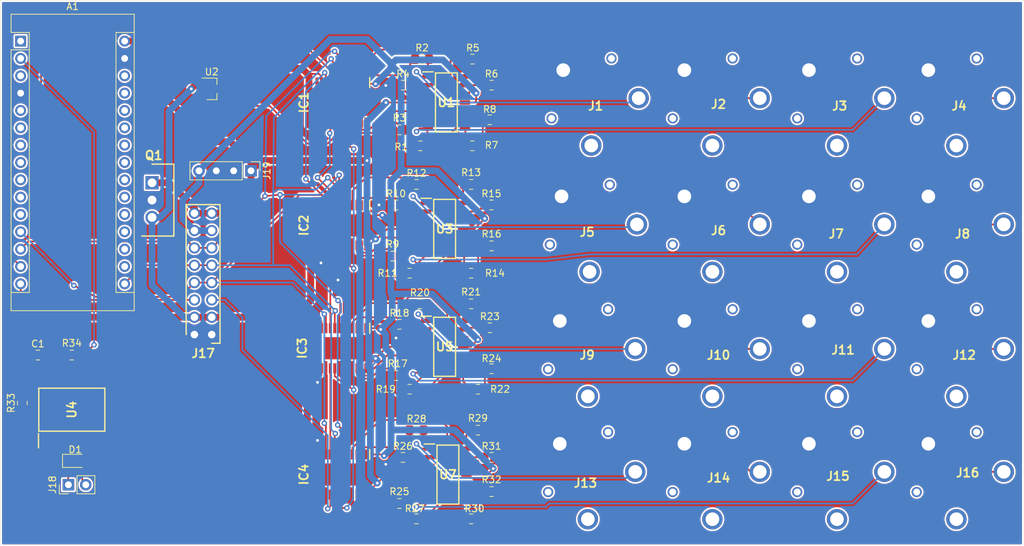
<source format=kicad_pcb>
(kicad_pcb (version 20171130) (host pcbnew "(5.1.7)-1")
  (layers (0 F.Cu signal) (31 B.Cu signal hide) (34 B.Paste user) (35 F.Paste user) (36 B.SilkS user) (37 F.SilkS user) (38 B.Mask user) (39 F.Mask user) (44 Edge.Cuts user))
  (net 0 "")
  (net 1 "Net-(R2-Pad1)")
  (net 2 GND)
  (net 3 "Net-(R7-Pad2)")
  (net 4 +12V)
  (net 5 "Net-(R1-Pad2)")
  (net 6 "Net-(R5-Pad1)")
  (net 7 "Net-(A1-Pad15)")
  (net 8 +5V)
  (net 9 /Sheet5FA40E10/_SYNC)
  (net 10 /Sheet5FA40E10/SCLK)
  (net 11 /Sheet5FA40E10/SDIN)
  (net 12 /Sheet5FA40E10/_LDAC)
  (net 13 "Net-(A1-Pad2)")
  (net 14 "Net-(IC1-Pad3)")
  (net 15 "Net-(IC1-Pad4)")
  (net 16 "Net-(IC1-Pad23)")
  (net 17 "Net-(IC1-Pad22)")
  (net 18 /sheet5FC12A8E/SDO)
  (net 19 "Net-(R11-Pad2)")
  (net 20 "Net-(R10-Pad2)")
  (net 21 "Net-(R13-Pad1)")
  (net 22 "Net-(R14-Pad2)")
  (net 23 "Net-(R17-Pad1)")
  (net 24 "Net-(R18-Pad2)")
  (net 25 "Net-(R21-Pad1)")
  (net 26 "Net-(R22-Pad2)")
  (net 27 "Net-(R25-Pad1)")
  (net 28 "Net-(R26-Pad2)")
  (net 29 "Net-(R29-Pad1)")
  (net 30 "Net-(R30-Pad2)")
  (net 31 "Net-(IC2-Pad3)")
  (net 32 "Net-(IC2-Pad4)")
  (net 33 "Net-(IC2-Pad23)")
  (net 34 "Net-(IC2-Pad22)")
  (net 35 "Net-(IC3-Pad3)")
  (net 36 "Net-(IC3-Pad4)")
  (net 37 "Net-(IC3-Pad23)")
  (net 38 "Net-(IC3-Pad22)")
  (net 39 "Net-(IC4-Pad3)")
  (net 40 "Net-(IC4-Pad4)")
  (net 41 "Net-(IC4-Pad23)")
  (net 42 "Net-(IC4-Pad22)")
  (net 43 /sheet5FC111E9/SDIN)
  (net 44 /sheet5FC11E8A/SDIN)
  (net 45 /sheet5FC12A8E/SDIN)
  (net 46 /Sheet5FA40E10/2.5Vref)
  (net 47 "Net-(D1-Pad2)")
  (net 48 "Net-(D1-Pad1)")
  (net 49 "Net-(R33-Pad1)")
  (net 50 "Net-(J1-Pad3)")
  (net 51 "Net-(J2-Pad3)")
  (net 52 "Net-(J3-Pad3)")
  (net 53 "Net-(J4-Pad3)")
  (net 54 "Net-(J6-Pad3)")
  (net 55 "Net-(J5-Pad3)")
  (net 56 "Net-(J7-Pad3)")
  (net 57 "Net-(J8-Pad3)")
  (net 58 "Net-(J10-Pad3)")
  (net 59 "Net-(J9-Pad3)")
  (net 60 "Net-(J11-Pad3)")
  (net 61 "Net-(J12-Pad3)")
  (net 62 "Net-(J14-Pad3)")
  (net 63 "Net-(J13-Pad3)")
  (net 64 "Net-(J15-Pad3)")
  (net 65 "Net-(J16-Pad3)")
  (net 66 -12V)
  (module Module:Arduino_Nano (layer F.Cu) (at 40 18)
    (fp_text reference A1 (at 7.62 -5.08) (layer F.SilkS))
    (fp_text value Arduino_Nano_v3.x)
    (pad 16 thru_hole oval (at 15.24 35.56) (size 1.6 1.6) (drill 1) (layers *.Cu *.Mask) (net 10 /Sheet5FA40E10/SCLK))
    (pad 15 thru_hole oval (at 0 35.56) (size 1.6 1.6) (drill 1) (layers *.Cu *.Mask) (net 7 "Net-(A1-Pad15)"))
    (pad 30 thru_hole oval (at 15.24 0) (size 1.6 1.6) (drill 1) (layers *.Cu *.Mask) (net 4 +12V))
    (pad 14 thru_hole oval (at 0 33.02) (size 1.6 1.6) (drill 1) (layers *.Cu *.Mask) (net 11 /Sheet5FA40E10/SDIN))
    (pad 29 thru_hole oval (at 15.24 2.54) (size 1.6 1.6) (drill 1) (layers *.Cu *.Mask) (net 2 GND))
    (pad 13 thru_hole oval (at 0 30.48) (size 1.6 1.6) (drill 1) (layers *.Cu *.Mask) (net 9 /Sheet5FA40E10/_SYNC))
    (pad 28 thru_hole oval (at 15.24 5.08) (size 1.6 1.6) (drill 1) (layers *.Cu *.Mask))
    (pad 12 thru_hole oval (at 0 27.94) (size 1.6 1.6) (drill 1) (layers *.Cu *.Mask) (net 12 /Sheet5FA40E10/_LDAC))
    (pad 27 thru_hole oval (at 15.24 7.62) (size 1.6 1.6) (drill 1) (layers *.Cu *.Mask))
    (pad 11 thru_hole oval (at 0 25.4) (size 1.6 1.6) (drill 1) (layers *.Cu *.Mask))
    (pad 26 thru_hole oval (at 15.24 10.16) (size 1.6 1.6) (drill 1) (layers *.Cu *.Mask))
    (pad 10 thru_hole oval (at 0 22.86) (size 1.6 1.6) (drill 1) (layers *.Cu *.Mask))
    (pad 25 thru_hole oval (at 15.24 12.7) (size 1.6 1.6) (drill 1) (layers *.Cu *.Mask))
    (pad 9 thru_hole oval (at 0 20.32) (size 1.6 1.6) (drill 1) (layers *.Cu *.Mask))
    (pad 24 thru_hole oval (at 15.24 15.24) (size 1.6 1.6) (drill 1) (layers *.Cu *.Mask))
    (pad 8 thru_hole oval (at 0 17.78) (size 1.6 1.6) (drill 1) (layers *.Cu *.Mask))
    (pad 23 thru_hole oval (at 15.24 17.78) (size 1.6 1.6) (drill 1) (layers *.Cu *.Mask))
    (pad 7 thru_hole oval (at 0 15.24) (size 1.6 1.6) (drill 1) (layers *.Cu *.Mask))
    (pad 22 thru_hole oval (at 15.24 20.32) (size 1.6 1.6) (drill 1) (layers *.Cu *.Mask))
    (pad 6 thru_hole oval (at 0 12.7) (size 1.6 1.6) (drill 1) (layers *.Cu *.Mask))
    (pad 21 thru_hole oval (at 15.24 22.86) (size 1.6 1.6) (drill 1) (layers *.Cu *.Mask))
    (pad 5 thru_hole oval (at 0 10.16) (size 1.6 1.6) (drill 1) (layers *.Cu *.Mask))
    (pad 20 thru_hole oval (at 15.24 25.4) (size 1.6 1.6) (drill 1) (layers *.Cu *.Mask))
    (pad 4 thru_hole oval (at 0 7.62) (size 1.6 1.6) (drill 1) (layers *.Cu *.Mask) (net 2 GND))
    (pad 19 thru_hole oval (at 15.24 27.94) (size 1.6 1.6) (drill 1) (layers *.Cu *.Mask))
    (pad 3 thru_hole oval (at 0 5.08) (size 1.6 1.6) (drill 1) (layers *.Cu *.Mask))
    (pad 18 thru_hole oval (at 15.24 30.48) (size 1.6 1.6) (drill 1) (layers *.Cu *.Mask))
    (pad 2 thru_hole oval (at 0 2.54) (size 1.6 1.6) (drill 1) (layers *.Cu *.Mask) (net 13 "Net-(A1-Pad2)"))
    (pad 17 thru_hole oval (at 15.24 33.02) (size 1.6 1.6) (drill 1) (layers *.Cu *.Mask))
    (pad 1 thru_hole rect (at 0 0) (size 1.6 1.6) (drill 1) (layers *.Cu *.Mask))
  )
  (module MidiToCV:SOP254P1016X460-8N (layer F.Cu) (at 47.5 72 90)
    (fp_text reference U4 (at 0 0 90) (layer F.SilkS) (effects (font (size 1.27 1.27) (thickness 0.254))))
    (fp_text value 6N138 hide)
    (pad 8 smd rect (at 4.55 -3.81 180) (size 1.45 2.1) (layers F.Cu F.Paste F.Mask) (net 8 +5V))
    (pad 7 smd rect (at 4.55 -1.27 180) (size 1.45 2.1) (layers F.Cu F.Paste F.Mask) (net 49 "Net-(R33-Pad1)"))
    (pad 6 smd rect (at 4.55 1.27 180) (size 1.45 2.1) (layers F.Cu F.Paste F.Mask) (net 13 "Net-(A1-Pad2)"))
    (pad 5 smd rect (at 4.55 3.81 180) (size 1.45 2.1) (layers F.Cu F.Paste F.Mask) (net 2 GND))
    (pad 4 smd rect (at -4.55 3.81 180) (size 1.45 2.1) (layers F.Cu F.Paste F.Mask))
    (pad 3 smd rect (at -4.55 1.27 180) (size 1.45 2.1) (layers F.Cu F.Paste F.Mask) (net 47 "Net-(D1-Pad2)"))
    (pad 2 smd rect (at -4.55 -1.27 180) (size 1.45 2.1) (layers F.Cu F.Paste F.Mask) (net 48 "Net-(D1-Pad1)"))
    (pad 1 smd rect (at -4.55 -3.81 180) (size 1.45 2.1) (layers F.Cu F.Paste F.Mask))
  )
  (module Connector_PinHeader_2.54mm:PinHeader_1x04_P2.54mm_Vertical (layer F.Cu) (at 73.75 37 270)
    (fp_text reference J19 (at 0 -2.33 90) (layer F.SilkS))
    (fp_text value Conn_01x02_Female)
    (pad 4 thru_hole oval (at 0 7.62 270) (size 1.7 1.7) (drill 1) (layers *.Cu *.Mask) (net 66 -12V))
    (pad 3 thru_hole oval (at 0 5.08 270) (size 1.7 1.7) (drill 1) (layers *.Cu *.Mask) (net 2 GND))
    (pad 2 thru_hole oval (at 0 2.54 270) (size 1.7 1.7) (drill 1) (layers *.Cu *.Mask) (net 2 GND))
    (pad 1 thru_hole rect (at 0 0 270) (size 1.7 1.7) (drill 1) (layers *.Cu *.Mask) (net 4 +12V))
  )
  (module MidiToCV:ACJS-NV35-XX (layer F.Cu) (at 173 40.75 180)
    (fp_text reference J8 (at -5 -5.5) (layer F.SilkS) (effects (font (size 1.27 1.27) (thickness 0.254))))
    (fp_text value AudioJack2_Ground_SwitchT hide)
    (pad 5 thru_hole circle (at 1.71 -7.07 180) (size 1.5 1.5) (drill 1) (layers *.Cu *.Mask))
    (pad 4 thru_hole circle (at -4.11 -11.05 180) (size 3 3) (drill 2) (layers *.Cu *.Mask))
    (pad 3 thru_hole circle (at -11.05 -4.11 180) (size 3 3) (drill 2) (layers *.Cu *.Mask) (net 57 "Net-(J8-Pad3)"))
    (pad 2 thru_hole circle (at -7.07 1.71 180) (size 1.5 1.5) (drill 1) (layers *.Cu *.Mask))
    (pad 1 thru_hole circle (at 0 0 180) (size 3 3) (drill 2) (layers *.Cu *.Mask) (net 2 GND))
  )
  (module MidiToCV:ACJS-NV35-XX (layer F.Cu) (at 173 77 180)
    (fp_text reference J16 (at -5.75 -4.25) (layer F.SilkS) (effects (font (size 1.27 1.27) (thickness 0.254))))
    (fp_text value AudioJack2_Ground_SwitchT hide)
    (pad 5 thru_hole circle (at 1.71 -7.07 180) (size 1.5 1.5) (drill 1) (layers *.Cu *.Mask))
    (pad 4 thru_hole circle (at -4.11 -11.05 180) (size 3 3) (drill 2) (layers *.Cu *.Mask))
    (pad 3 thru_hole circle (at -11.05 -4.11 180) (size 3 3) (drill 2) (layers *.Cu *.Mask) (net 65 "Net-(J16-Pad3)"))
    (pad 2 thru_hole circle (at -7.07 1.71 180) (size 1.5 1.5) (drill 1) (layers *.Cu *.Mask))
    (pad 1 thru_hole circle (at 0 0 180) (size 3 3) (drill 2) (layers *.Cu *.Mask) (net 2 GND))
  )
  (module MidiToCV:ACJS-NV35-XX (layer F.Cu) (at 155.5 77 180)
    (fp_text reference J15 (at -4.25 -4.75) (layer F.SilkS) (effects (font (size 1.27 1.27) (thickness 0.254))))
    (fp_text value AudioJack2_Ground_SwitchT hide)
    (pad 5 thru_hole circle (at 1.71 -7.07 180) (size 1.5 1.5) (drill 1) (layers *.Cu *.Mask))
    (pad 4 thru_hole circle (at -4.11 -11.05 180) (size 3 3) (drill 2) (layers *.Cu *.Mask))
    (pad 3 thru_hole circle (at -11.05 -4.11 180) (size 3 3) (drill 2) (layers *.Cu *.Mask) (net 64 "Net-(J15-Pad3)"))
    (pad 2 thru_hole circle (at -7.07 1.71 180) (size 1.5 1.5) (drill 1) (layers *.Cu *.Mask))
    (pad 1 thru_hole circle (at 0 0 180) (size 3 3) (drill 2) (layers *.Cu *.Mask) (net 2 GND))
  )
  (module MidiToCV:ACJS-NV35-XX (layer F.Cu) (at 119 77 180)
    (fp_text reference J13 (at -3.75 -5.75) (layer F.SilkS) (effects (font (size 1.27 1.27) (thickness 0.254))))
    (fp_text value AudioJack2_Ground_SwitchT hide)
    (pad 5 thru_hole circle (at 1.71 -7.07 180) (size 1.5 1.5) (drill 1) (layers *.Cu *.Mask))
    (pad 4 thru_hole circle (at -4.11 -11.05 180) (size 3 3) (drill 2) (layers *.Cu *.Mask))
    (pad 3 thru_hole circle (at -11.05 -4.11 180) (size 3 3) (drill 2) (layers *.Cu *.Mask) (net 63 "Net-(J13-Pad3)"))
    (pad 2 thru_hole circle (at -7.07 1.71 180) (size 1.5 1.5) (drill 1) (layers *.Cu *.Mask))
    (pad 1 thru_hole circle (at 0 0 180) (size 3 3) (drill 2) (layers *.Cu *.Mask) (net 2 GND))
  )
  (module MidiToCV:ACJS-NV35-XX (layer F.Cu) (at 173 59 180)
    (fp_text reference J12 (at -5.25 -5) (layer F.SilkS) (effects (font (size 1.27 1.27) (thickness 0.254))))
    (fp_text value AudioJack2_Ground_SwitchT hide)
    (pad 5 thru_hole circle (at 1.71 -7.07 180) (size 1.5 1.5) (drill 1) (layers *.Cu *.Mask))
    (pad 4 thru_hole circle (at -4.11 -11.05 180) (size 3 3) (drill 2) (layers *.Cu *.Mask))
    (pad 3 thru_hole circle (at -11.05 -4.11 180) (size 3 3) (drill 2) (layers *.Cu *.Mask) (net 61 "Net-(J12-Pad3)"))
    (pad 2 thru_hole circle (at -7.07 1.71 180) (size 1.5 1.5) (drill 1) (layers *.Cu *.Mask))
    (pad 1 thru_hole circle (at 0 0 180) (size 3 3) (drill 2) (layers *.Cu *.Mask) (net 2 GND))
  )
  (module MidiToCV:ACJS-NV35-XX (layer F.Cu) (at 155.5 59 180)
    (fp_text reference J11 (at -5 -4.25) (layer F.SilkS) (effects (font (size 1.27 1.27) (thickness 0.254))))
    (fp_text value AudioJack2_Ground_SwitchT hide)
    (pad 5 thru_hole circle (at 1.71 -7.07 180) (size 1.5 1.5) (drill 1) (layers *.Cu *.Mask))
    (pad 4 thru_hole circle (at -4.11 -11.05 180) (size 3 3) (drill 2) (layers *.Cu *.Mask))
    (pad 3 thru_hole circle (at -11.05 -4.11 180) (size 3 3) (drill 2) (layers *.Cu *.Mask) (net 60 "Net-(J11-Pad3)"))
    (pad 2 thru_hole circle (at -7.07 1.71 180) (size 1.5 1.5) (drill 1) (layers *.Cu *.Mask))
    (pad 1 thru_hole circle (at 0 0 180) (size 3 3) (drill 2) (layers *.Cu *.Mask) (net 2 GND))
  )
  (module MidiToCV:ACJS-NV35-XX (layer F.Cu) (at 119 59 180)
    (fp_text reference J9 (at -4 -5) (layer F.SilkS) (effects (font (size 1.27 1.27) (thickness 0.254))))
    (fp_text value AudioJack2_Ground_SwitchT hide)
    (pad 5 thru_hole circle (at 1.71 -7.07 180) (size 1.5 1.5) (drill 1) (layers *.Cu *.Mask))
    (pad 4 thru_hole circle (at -4.11 -11.05 180) (size 3 3) (drill 2) (layers *.Cu *.Mask))
    (pad 3 thru_hole circle (at -11.05 -4.11 180) (size 3 3) (drill 2) (layers *.Cu *.Mask) (net 59 "Net-(J9-Pad3)"))
    (pad 2 thru_hole circle (at -7.07 1.71 180) (size 1.5 1.5) (drill 1) (layers *.Cu *.Mask))
    (pad 1 thru_hole circle (at 0 0 180) (size 3 3) (drill 2) (layers *.Cu *.Mask) (net 2 GND))
  )
  (module MidiToCV:ACJS-NV35-XX (layer F.Cu) (at 155.5 40.75 180)
    (fp_text reference J7 (at -4 -5.5) (layer F.SilkS) (effects (font (size 1.27 1.27) (thickness 0.254))))
    (fp_text value AudioJack2_Ground_SwitchT hide)
    (pad 5 thru_hole circle (at 1.71 -7.07 180) (size 1.5 1.5) (drill 1) (layers *.Cu *.Mask))
    (pad 4 thru_hole circle (at -4.11 -11.05 180) (size 3 3) (drill 2) (layers *.Cu *.Mask))
    (pad 3 thru_hole circle (at -11.05 -4.11 180) (size 3 3) (drill 2) (layers *.Cu *.Mask) (net 56 "Net-(J7-Pad3)"))
    (pad 2 thru_hole circle (at -7.07 1.71 180) (size 1.5 1.5) (drill 1) (layers *.Cu *.Mask))
    (pad 1 thru_hole circle (at 0 0 180) (size 3 3) (drill 2) (layers *.Cu *.Mask) (net 2 GND))
  )
  (module MidiToCV:ACJS-NV35-XX (layer F.Cu) (at 119.25 40.75 180)
    (fp_text reference J5 (at -3.75 -5.25) (layer F.SilkS) (effects (font (size 1.27 1.27) (thickness 0.254))))
    (fp_text value AudioJack2_Ground_SwitchT hide)
    (pad 5 thru_hole circle (at 1.71 -7.07 180) (size 1.5 1.5) (drill 1) (layers *.Cu *.Mask))
    (pad 4 thru_hole circle (at -4.11 -11.05 180) (size 3 3) (drill 2) (layers *.Cu *.Mask))
    (pad 3 thru_hole circle (at -11.05 -4.11 180) (size 3 3) (drill 2) (layers *.Cu *.Mask) (net 55 "Net-(J5-Pad3)"))
    (pad 2 thru_hole circle (at -7.07 1.71 180) (size 1.5 1.5) (drill 1) (layers *.Cu *.Mask))
    (pad 1 thru_hole circle (at 0 0 180) (size 3 3) (drill 2) (layers *.Cu *.Mask) (net 2 GND))
  )
  (module MidiToCV:ACJS-NV35-XX (layer F.Cu) (at 173 22.25 180)
    (fp_text reference J4 (at -4.5 -5.25) (layer F.SilkS) (effects (font (size 1.27 1.27) (thickness 0.254))))
    (fp_text value AudioJack2_Ground_SwitchT hide)
    (pad 5 thru_hole circle (at 1.71 -7.07 180) (size 1.5 1.5) (drill 1) (layers *.Cu *.Mask))
    (pad 4 thru_hole circle (at -4.11 -11.05 180) (size 3 3) (drill 2) (layers *.Cu *.Mask))
    (pad 3 thru_hole circle (at -11.05 -4.11 180) (size 3 3) (drill 2) (layers *.Cu *.Mask) (net 53 "Net-(J4-Pad3)"))
    (pad 2 thru_hole circle (at -7.07 1.71 180) (size 1.5 1.5) (drill 1) (layers *.Cu *.Mask))
    (pad 1 thru_hole circle (at 0 0 180) (size 3 3) (drill 2) (layers *.Cu *.Mask) (net 2 GND))
  )
  (module MidiToCV:ACJS-NV35-XX (layer F.Cu) (at 119.5 22.25 180)
    (fp_text reference J1 (at -4.75 -5.25) (layer F.SilkS) (effects (font (size 1.27 1.27) (thickness 0.254))))
    (fp_text value AudioJack2_Ground_SwitchT hide)
    (pad 5 thru_hole circle (at 1.71 -7.07 180) (size 1.5 1.5) (drill 1) (layers *.Cu *.Mask))
    (pad 4 thru_hole circle (at -4.11 -11.05 180) (size 3 3) (drill 2) (layers *.Cu *.Mask))
    (pad 3 thru_hole circle (at -11.05 -4.11 180) (size 3 3) (drill 2) (layers *.Cu *.Mask) (net 50 "Net-(J1-Pad3)"))
    (pad 2 thru_hole circle (at -7.07 1.71 180) (size 1.5 1.5) (drill 1) (layers *.Cu *.Mask))
    (pad 1 thru_hole circle (at 0 0 180) (size 3 3) (drill 2) (layers *.Cu *.Mask) (net 2 GND))
  )
  (module MidiToCV:ACJS-NV35-XX (layer F.Cu) (at 155.5 22.25 180)
    (fp_text reference J3 (at -4.5 -5.25) (layer F.SilkS) (effects (font (size 1.27 1.27) (thickness 0.254))))
    (fp_text value AudioJack2_Ground_SwitchT hide)
    (pad 5 thru_hole circle (at 1.71 -7.07 180) (size 1.5 1.5) (drill 1) (layers *.Cu *.Mask))
    (pad 4 thru_hole circle (at -4.11 -11.05 180) (size 3 3) (drill 2) (layers *.Cu *.Mask))
    (pad 3 thru_hole circle (at -11.05 -4.11 180) (size 3 3) (drill 2) (layers *.Cu *.Mask) (net 52 "Net-(J3-Pad3)"))
    (pad 2 thru_hole circle (at -7.07 1.71 180) (size 1.5 1.5) (drill 1) (layers *.Cu *.Mask))
    (pad 1 thru_hole circle (at 0 0 180) (size 3 3) (drill 2) (layers *.Cu *.Mask) (net 2 GND))
  )
  (module MidiToCV:TO254P470X1028X1955-3P (layer F.Cu) (at 59.25 38.75 270)
    (fp_text reference Q1 (at -4 -0.25 180) (layer F.SilkS) (effects (font (size 1.27 1.27) (thickness 0.254))))
    (fp_text value LP2954IT_NOPB hide)
    (pad 3 thru_hole circle (at 5.08 0 270) (size 1.935 1.935) (drill 1.29) (layers *.Cu *.Mask) (net 8 +5V))
    (pad 2 thru_hole circle (at 2.54 0 270) (size 1.935 1.935) (drill 1.29) (layers *.Cu *.Mask) (net 2 GND))
    (pad 1 thru_hole rect (at 0 0 270) (size 1.935 1.935) (drill 1.29) (layers *.Cu *.Mask) (net 4 +12V))
  )
  (module Resistor_SMD:R_0805_2012Metric_Pad1.15x1.40mm_HandSolder (layer F.Cu) (at 47.5 64 180)
    (fp_text reference R34 (at 0 1.75) (layer F.SilkS))
    (fp_text value 470)
    (pad 2 smd roundrect (at 1.025 0 180) (size 1.15 1.4) (layers F.Cu F.Paste F.Mask) (roundrect_rratio 0.2173904347826087) (net 8 +5V))
    (pad 1 smd roundrect (at -1.025 0 180) (size 1.15 1.4) (layers F.Cu F.Paste F.Mask) (roundrect_rratio 0.2173904347826087) (net 13 "Net-(A1-Pad2)"))
  )
  (module Resistor_SMD:R_0805_2012Metric_Pad1.15x1.40mm_HandSolder (layer F.Cu) (at 40.25 71.025 90)
    (fp_text reference R33 (at 0 -1.65 90) (layer F.SilkS))
    (fp_text value 10k)
    (pad 2 smd roundrect (at 1.025 0 90) (size 1.15 1.4) (layers F.Cu F.Paste F.Mask) (roundrect_rratio 0.2173904347826087) (net 2 GND))
    (pad 1 smd roundrect (at -1.025 0 90) (size 1.15 1.4) (layers F.Cu F.Paste F.Mask) (roundrect_rratio 0.2173904347826087) (net 49 "Net-(R33-Pad1)"))
  )
  (module Connector_PinHeader_2.54mm:PinHeader_1x02_P2.54mm_Vertical (layer F.Cu) (at 47 83 90)
    (fp_text reference J18 (at 0 -2.33 90) (layer F.SilkS))
    (fp_text value Conn_01x02_Female)
    (pad 2 thru_hole oval (at 0 2.54 90) (size 1.7 1.7) (drill 1) (layers *.Cu *.Mask) (net 47 "Net-(D1-Pad2)"))
    (pad 1 thru_hole rect (at 0 0 90) (size 1.7 1.7) (drill 1) (layers *.Cu *.Mask) (net 48 "Net-(D1-Pad1)"))
  )
  (module MidiToCV:HDRV16W90P254_2X8_2032X483X858P (layer F.Cu) (at 68 61 90)
    (fp_text reference J17 (at -2.75 -1.25 180) (layer F.SilkS) (effects (font (size 1.27 1.27) (thickness 0.254))))
    (fp_text value 67997-216 hide)
    (pad 16 thru_hole circle (at 17.78 -2.54 90) (size 1.65 1.65) (drill 1.1) (layers *.Cu *.Mask) (net 4 +12V))
    (pad 15 thru_hole circle (at 17.78 0 90) (size 1.65 1.65) (drill 1.1) (layers *.Cu *.Mask) (net 4 +12V))
    (pad 14 thru_hole circle (at 15.24 -2.54 90) (size 1.65 1.65) (drill 1.1) (layers *.Cu *.Mask) (net 66 -12V))
    (pad 13 thru_hole circle (at 15.24 0 90) (size 1.65 1.65) (drill 1.1) (layers *.Cu *.Mask) (net 66 -12V))
    (pad 12 thru_hole circle (at 12.7 -2.54 90) (size 1.65 1.65) (drill 1.1) (layers *.Cu *.Mask) (net 9 /Sheet5FA40E10/_SYNC))
    (pad 11 thru_hole circle (at 12.7 0 90) (size 1.65 1.65) (drill 1.1) (layers *.Cu *.Mask) (net 9 /Sheet5FA40E10/_SYNC))
    (pad 10 thru_hole circle (at 10.16 -2.54 90) (size 1.65 1.65) (drill 1.1) (layers *.Cu *.Mask) (net 10 /Sheet5FA40E10/SCLK))
    (pad 9 thru_hole circle (at 10.16 0 90) (size 1.65 1.65) (drill 1.1) (layers *.Cu *.Mask) (net 10 /Sheet5FA40E10/SCLK))
    (pad 8 thru_hole circle (at 7.62 -2.54 90) (size 1.65 1.65) (drill 1.1) (layers *.Cu *.Mask) (net 12 /Sheet5FA40E10/_LDAC))
    (pad 7 thru_hole circle (at 7.62 0 90) (size 1.65 1.65) (drill 1.1) (layers *.Cu *.Mask) (net 12 /Sheet5FA40E10/_LDAC))
    (pad 6 thru_hole circle (at 5.08 -2.54 90) (size 1.65 1.65) (drill 1.1) (layers *.Cu *.Mask) (net 7 "Net-(A1-Pad15)"))
    (pad 5 thru_hole circle (at 5.08 0 90) (size 1.65 1.65) (drill 1.1) (layers *.Cu *.Mask) (net 18 /sheet5FC12A8E/SDO))
    (pad 4 thru_hole circle (at 2.54 -2.54 90) (size 1.65 1.65) (drill 1.1) (layers *.Cu *.Mask) (net 8 +5V))
    (pad 3 thru_hole circle (at 2.54 0 90) (size 1.65 1.65) (drill 1.1) (layers *.Cu *.Mask) (net 8 +5V))
    (pad 2 thru_hole circle (at 0 -2.54 90) (size 1.65 1.65) (drill 1.1) (layers *.Cu *.Mask) (net 2 GND))
    (pad 1 thru_hole rect (at 0 0 90) (size 1.65 1.65) (drill 1.1) (layers *.Cu *.Mask) (net 2 GND))
  )
  (module Diode_SMD:D_0805_2012Metric_Pad1.15x1.40mm_HandSolder (layer F.Cu) (at 48 79.5)
    (fp_text reference D1 (at 0 -1.65) (layer F.SilkS))
    (fp_text value D)
    (pad 2 smd roundrect (at 1.025 0) (size 1.15 1.4) (layers F.Cu F.Paste F.Mask) (roundrect_rratio 0.2173904347826087) (net 47 "Net-(D1-Pad2)"))
    (pad 1 smd roundrect (at -1.025 0) (size 1.15 1.4) (layers F.Cu F.Paste F.Mask) (roundrect_rratio 0.2173904347826087) (net 48 "Net-(D1-Pad1)"))
  )
  (module Capacitor_SMD:C_0805_2012Metric_Pad1.15x1.40mm_HandSolder (layer F.Cu) (at 42.525 64)
    (fp_text reference C1 (at 0 -1.65) (layer F.SilkS))
    (fp_text value 0.1µF)
    (pad 2 smd roundrect (at 1.025 0) (size 1.15 1.4) (layers F.Cu F.Paste F.Mask) (roundrect_rratio 0.2173904347826087) (net 8 +5V))
    (pad 1 smd roundrect (at -1.025 0) (size 1.15 1.4) (layers F.Cu F.Paste F.Mask) (roundrect_rratio 0.2173904347826087) (net 2 GND))
  )
  (module Package_TO_SOT_SMD:SOT-23 (layer F.Cu) (at 68 25)
    (fp_text reference U2 (at 0 -2.5) (layer F.SilkS))
    (fp_text value MAX6102)
    (pad 3 smd rect (at 1 0) (size 0.9 0.8) (layers F.Cu F.Paste F.Mask) (net 2 GND))
    (pad 2 smd rect (at -1 0.95) (size 0.9 0.8) (layers F.Cu F.Paste F.Mask) (net 46 /Sheet5FA40E10/2.5Vref))
    (pad 1 smd rect (at -1 -0.95) (size 0.9 0.8) (layers F.Cu F.Paste F.Mask) (net 8 +5V))
  )
  (module MidiToCV:SOP65P640X120-25N (layer F.Cu) (at 87 81.5 270)
    (fp_text reference IC4 (at 0 5.5 90) (layer F.SilkS) (effects (font (size 1.27 1.27) (thickness 0.254))))
    (fp_text value AD5724RBREZ hide)
    (pad 1 smd rect (at -2.938 -3.575) (size 0.45 1.475) (layers F.Cu F.Paste F.Mask) (net 66 -12V))
    (pad 2 smd rect (at -2.938 -2.925) (size 0.45 1.475) (layers F.Cu F.Paste F.Mask))
    (pad 3 smd rect (at -2.938 -2.275) (size 0.45 1.475) (layers F.Cu F.Paste F.Mask) (net 39 "Net-(IC4-Pad3)"))
    (pad 4 smd rect (at -2.938 -1.625) (size 0.45 1.475) (layers F.Cu F.Paste F.Mask) (net 40 "Net-(IC4-Pad4)"))
    (pad 5 smd rect (at -2.938 -0.975) (size 0.45 1.475) (layers F.Cu F.Paste F.Mask) (net 2 GND))
    (pad 6 smd rect (at -2.938 -0.325) (size 0.45 1.475) (layers F.Cu F.Paste F.Mask))
    (pad 7 smd rect (at -2.938 0.325) (size 0.45 1.475) (layers F.Cu F.Paste F.Mask) (net 9 /Sheet5FA40E10/_SYNC))
    (pad 8 smd rect (at -2.938 0.975) (size 0.45 1.475) (layers F.Cu F.Paste F.Mask) (net 10 /Sheet5FA40E10/SCLK))
    (pad 9 smd rect (at -2.938 1.625) (size 0.45 1.475) (layers F.Cu F.Paste F.Mask) (net 45 /sheet5FC12A8E/SDIN))
    (pad 10 smd rect (at -2.938 2.275) (size 0.45 1.475) (layers F.Cu F.Paste F.Mask) (net 12 /Sheet5FA40E10/_LDAC))
    (pad 11 smd rect (at -2.938 2.925) (size 0.45 1.475) (layers F.Cu F.Paste F.Mask) (net 8 +5V))
    (pad 12 smd rect (at -2.938 3.575) (size 0.45 1.475) (layers F.Cu F.Paste F.Mask))
    (pad 13 smd rect (at 2.938 3.575) (size 0.45 1.475) (layers F.Cu F.Paste F.Mask))
    (pad 14 smd rect (at 2.938 2.925) (size 0.45 1.475) (layers F.Cu F.Paste F.Mask) (net 8 +5V))
    (pad 15 smd rect (at 2.938 2.275) (size 0.45 1.475) (layers F.Cu F.Paste F.Mask) (net 2 GND))
    (pad 16 smd rect (at 2.938 1.625) (size 0.45 1.475) (layers F.Cu F.Paste F.Mask) (net 18 /sheet5FC12A8E/SDO))
    (pad 17 smd rect (at 2.938 0.975) (size 0.45 1.475) (layers F.Cu F.Paste F.Mask) (net 46 /Sheet5FA40E10/2.5Vref))
    (pad 18 smd rect (at 2.938 0.325) (size 0.45 1.475) (layers F.Cu F.Paste F.Mask) (net 2 GND))
    (pad 19 smd rect (at 2.938 -0.325) (size 0.45 1.475) (layers F.Cu F.Paste F.Mask) (net 2 GND))
    (pad 20 smd rect (at 2.938 -0.975) (size 0.45 1.475) (layers F.Cu F.Paste F.Mask) (net 2 GND))
    (pad 21 smd rect (at 2.938 -1.625) (size 0.45 1.475) (layers F.Cu F.Paste F.Mask) (net 2 GND))
    (pad 22 smd rect (at 2.938 -2.275) (size 0.45 1.475) (layers F.Cu F.Paste F.Mask) (net 42 "Net-(IC4-Pad22)"))
    (pad 23 smd rect (at 2.938 -2.925) (size 0.45 1.475) (layers F.Cu F.Paste F.Mask) (net 41 "Net-(IC4-Pad23)"))
    (pad 24 smd rect (at 2.938 -3.575) (size 0.45 1.475) (layers F.Cu F.Paste F.Mask) (net 4 +12V))
    (pad 25 smd rect (at 0 0 270) (size 3.25 5.02) (layers F.Cu F.Paste F.Mask))
  )
  (module MidiToCV:SOP65P640X120-25N (layer F.Cu) (at 87 63 270)
    (fp_text reference IC3 (at 0 5.75 90) (layer F.SilkS) (effects (font (size 1.27 1.27) (thickness 0.254))))
    (fp_text value AD5724RBREZ hide)
    (pad 1 smd rect (at -2.938 -3.575) (size 0.45 1.475) (layers F.Cu F.Paste F.Mask) (net 66 -12V))
    (pad 2 smd rect (at -2.938 -2.925) (size 0.45 1.475) (layers F.Cu F.Paste F.Mask))
    (pad 3 smd rect (at -2.938 -2.275) (size 0.45 1.475) (layers F.Cu F.Paste F.Mask) (net 35 "Net-(IC3-Pad3)"))
    (pad 4 smd rect (at -2.938 -1.625) (size 0.45 1.475) (layers F.Cu F.Paste F.Mask) (net 36 "Net-(IC3-Pad4)"))
    (pad 5 smd rect (at -2.938 -0.975) (size 0.45 1.475) (layers F.Cu F.Paste F.Mask) (net 2 GND))
    (pad 6 smd rect (at -2.938 -0.325) (size 0.45 1.475) (layers F.Cu F.Paste F.Mask))
    (pad 7 smd rect (at -2.938 0.325) (size 0.45 1.475) (layers F.Cu F.Paste F.Mask) (net 9 /Sheet5FA40E10/_SYNC))
    (pad 8 smd rect (at -2.938 0.975) (size 0.45 1.475) (layers F.Cu F.Paste F.Mask) (net 10 /Sheet5FA40E10/SCLK))
    (pad 9 smd rect (at -2.938 1.625) (size 0.45 1.475) (layers F.Cu F.Paste F.Mask) (net 44 /sheet5FC11E8A/SDIN))
    (pad 10 smd rect (at -2.938 2.275) (size 0.45 1.475) (layers F.Cu F.Paste F.Mask) (net 12 /Sheet5FA40E10/_LDAC))
    (pad 11 smd rect (at -2.938 2.925) (size 0.45 1.475) (layers F.Cu F.Paste F.Mask) (net 8 +5V))
    (pad 12 smd rect (at -2.938 3.575) (size 0.45 1.475) (layers F.Cu F.Paste F.Mask))
    (pad 13 smd rect (at 2.938 3.575) (size 0.45 1.475) (layers F.Cu F.Paste F.Mask))
    (pad 14 smd rect (at 2.938 2.925) (size 0.45 1.475) (layers F.Cu F.Paste F.Mask) (net 8 +5V))
    (pad 15 smd rect (at 2.938 2.275) (size 0.45 1.475) (layers F.Cu F.Paste F.Mask) (net 2 GND))
    (pad 16 smd rect (at 2.938 1.625) (size 0.45 1.475) (layers F.Cu F.Paste F.Mask) (net 45 /sheet5FC12A8E/SDIN))
    (pad 17 smd rect (at 2.938 0.975) (size 0.45 1.475) (layers F.Cu F.Paste F.Mask) (net 46 /Sheet5FA40E10/2.5Vref))
    (pad 18 smd rect (at 2.938 0.325) (size 0.45 1.475) (layers F.Cu F.Paste F.Mask) (net 2 GND))
    (pad 19 smd rect (at 2.938 -0.325) (size 0.45 1.475) (layers F.Cu F.Paste F.Mask) (net 2 GND))
    (pad 20 smd rect (at 2.938 -0.975) (size 0.45 1.475) (layers F.Cu F.Paste F.Mask) (net 2 GND))
    (pad 21 smd rect (at 2.938 -1.625) (size 0.45 1.475) (layers F.Cu F.Paste F.Mask) (net 2 GND))
    (pad 22 smd rect (at 2.938 -2.275) (size 0.45 1.475) (layers F.Cu F.Paste F.Mask) (net 38 "Net-(IC3-Pad22)"))
    (pad 23 smd rect (at 2.938 -2.925) (size 0.45 1.475) (layers F.Cu F.Paste F.Mask) (net 37 "Net-(IC3-Pad23)"))
    (pad 24 smd rect (at 2.938 -3.575) (size 0.45 1.475) (layers F.Cu F.Paste F.Mask) (net 4 +12V))
    (pad 25 smd rect (at 0 0 270) (size 3.25 5.02) (layers F.Cu F.Paste F.Mask))
  )
  (module MidiToCV:SOP65P640X120-25N (layer F.Cu) (at 87 45 270)
    (fp_text reference IC2 (at 0 5.5 90) (layer F.SilkS) (effects (font (size 1.27 1.27) (thickness 0.254))))
    (fp_text value AD5724RBREZ hide)
    (pad 1 smd rect (at -2.938 -3.575) (size 0.45 1.475) (layers F.Cu F.Paste F.Mask) (net 66 -12V))
    (pad 2 smd rect (at -2.938 -2.925) (size 0.45 1.475) (layers F.Cu F.Paste F.Mask))
    (pad 3 smd rect (at -2.938 -2.275) (size 0.45 1.475) (layers F.Cu F.Paste F.Mask) (net 31 "Net-(IC2-Pad3)"))
    (pad 4 smd rect (at -2.938 -1.625) (size 0.45 1.475) (layers F.Cu F.Paste F.Mask) (net 32 "Net-(IC2-Pad4)"))
    (pad 5 smd rect (at -2.938 -0.975) (size 0.45 1.475) (layers F.Cu F.Paste F.Mask) (net 2 GND))
    (pad 6 smd rect (at -2.938 -0.325) (size 0.45 1.475) (layers F.Cu F.Paste F.Mask))
    (pad 7 smd rect (at -2.938 0.325) (size 0.45 1.475) (layers F.Cu F.Paste F.Mask) (net 9 /Sheet5FA40E10/_SYNC))
    (pad 8 smd rect (at -2.938 0.975) (size 0.45 1.475) (layers F.Cu F.Paste F.Mask) (net 10 /Sheet5FA40E10/SCLK))
    (pad 9 smd rect (at -2.938 1.625) (size 0.45 1.475) (layers F.Cu F.Paste F.Mask) (net 43 /sheet5FC111E9/SDIN))
    (pad 10 smd rect (at -2.938 2.275) (size 0.45 1.475) (layers F.Cu F.Paste F.Mask) (net 12 /Sheet5FA40E10/_LDAC))
    (pad 11 smd rect (at -2.938 2.925) (size 0.45 1.475) (layers F.Cu F.Paste F.Mask) (net 8 +5V))
    (pad 12 smd rect (at -2.938 3.575) (size 0.45 1.475) (layers F.Cu F.Paste F.Mask))
    (pad 13 smd rect (at 2.938 3.575) (size 0.45 1.475) (layers F.Cu F.Paste F.Mask))
    (pad 14 smd rect (at 2.938 2.925) (size 0.45 1.475) (layers F.Cu F.Paste F.Mask) (net 8 +5V))
    (pad 15 smd rect (at 2.938 2.275) (size 0.45 1.475) (layers F.Cu F.Paste F.Mask) (net 2 GND))
    (pad 16 smd rect (at 2.938 1.625) (size 0.45 1.475) (layers F.Cu F.Paste F.Mask) (net 44 /sheet5FC11E8A/SDIN))
    (pad 17 smd rect (at 2.938 0.975) (size 0.45 1.475) (layers F.Cu F.Paste F.Mask) (net 46 /Sheet5FA40E10/2.5Vref))
    (pad 18 smd rect (at 2.938 0.325) (size 0.45 1.475) (layers F.Cu F.Paste F.Mask) (net 2 GND))
    (pad 19 smd rect (at 2.938 -0.325) (size 0.45 1.475) (layers F.Cu F.Paste F.Mask) (net 2 GND))
    (pad 20 smd rect (at 2.938 -0.975) (size 0.45 1.475) (layers F.Cu F.Paste F.Mask) (net 2 GND))
    (pad 21 smd rect (at 2.938 -1.625) (size 0.45 1.475) (layers F.Cu F.Paste F.Mask) (net 2 GND))
    (pad 22 smd rect (at 2.938 -2.275) (size 0.45 1.475) (layers F.Cu F.Paste F.Mask) (net 34 "Net-(IC2-Pad22)"))
    (pad 23 smd rect (at 2.938 -2.925) (size 0.45 1.475) (layers F.Cu F.Paste F.Mask) (net 33 "Net-(IC2-Pad23)"))
    (pad 24 smd rect (at 2.938 -3.575) (size 0.45 1.475) (layers F.Cu F.Paste F.Mask) (net 4 +12V))
    (pad 25 smd rect (at 0 0 270) (size 3.25 5.02) (layers F.Cu F.Paste F.Mask))
  )
  (module MidiToCV:SOP65P640X120-25N (layer F.Cu) (at 87 27 270)
    (fp_text reference IC1 (at 0 5.5 90) (layer F.SilkS) (effects (font (size 1.27 1.27) (thickness 0.254))))
    (fp_text value AD5724RBREZ hide)
    (pad 1 smd rect (at -2.938 -3.575) (size 0.45 1.475) (layers F.Cu F.Paste F.Mask) (net 66 -12V))
    (pad 2 smd rect (at -2.938 -2.925) (size 0.45 1.475) (layers F.Cu F.Paste F.Mask))
    (pad 3 smd rect (at -2.938 -2.275) (size 0.45 1.475) (layers F.Cu F.Paste F.Mask) (net 14 "Net-(IC1-Pad3)"))
    (pad 4 smd rect (at -2.938 -1.625) (size 0.45 1.475) (layers F.Cu F.Paste F.Mask) (net 15 "Net-(IC1-Pad4)"))
    (pad 5 smd rect (at -2.938 -0.975) (size 0.45 1.475) (layers F.Cu F.Paste F.Mask) (net 2 GND))
    (pad 6 smd rect (at -2.938 -0.325) (size 0.45 1.475) (layers F.Cu F.Paste F.Mask))
    (pad 7 smd rect (at -2.938 0.325) (size 0.45 1.475) (layers F.Cu F.Paste F.Mask) (net 9 /Sheet5FA40E10/_SYNC))
    (pad 8 smd rect (at -2.938 0.975) (size 0.45 1.475) (layers F.Cu F.Paste F.Mask) (net 10 /Sheet5FA40E10/SCLK))
    (pad 9 smd rect (at -2.938 1.625) (size 0.45 1.475) (layers F.Cu F.Paste F.Mask) (net 11 /Sheet5FA40E10/SDIN))
    (pad 10 smd rect (at -2.938 2.275) (size 0.45 1.475) (layers F.Cu F.Paste F.Mask) (net 12 /Sheet5FA40E10/_LDAC))
    (pad 11 smd rect (at -2.938 2.925) (size 0.45 1.475) (layers F.Cu F.Paste F.Mask) (net 8 +5V))
    (pad 12 smd rect (at -2.938 3.575) (size 0.45 1.475) (layers F.Cu F.Paste F.Mask))
    (pad 13 smd rect (at 2.938 3.575) (size 0.45 1.475) (layers F.Cu F.Paste F.Mask))
    (pad 14 smd rect (at 2.938 2.925) (size 0.45 1.475) (layers F.Cu F.Paste F.Mask) (net 8 +5V))
    (pad 15 smd rect (at 2.938 2.275) (size 0.45 1.475) (layers F.Cu F.Paste F.Mask) (net 2 GND))
    (pad 16 smd rect (at 2.938 1.625) (size 0.45 1.475) (layers F.Cu F.Paste F.Mask) (net 43 /sheet5FC111E9/SDIN))
    (pad 17 smd rect (at 2.938 0.975) (size 0.45 1.475) (layers F.Cu F.Paste F.Mask) (net 46 /Sheet5FA40E10/2.5Vref))
    (pad 18 smd rect (at 2.938 0.325) (size 0.45 1.475) (layers F.Cu F.Paste F.Mask) (net 2 GND))
    (pad 19 smd rect (at 2.938 -0.325) (size 0.45 1.475) (layers F.Cu F.Paste F.Mask) (net 2 GND))
    (pad 20 smd rect (at 2.938 -0.975) (size 0.45 1.475) (layers F.Cu F.Paste F.Mask) (net 2 GND))
    (pad 21 smd rect (at 2.938 -1.625) (size 0.45 1.475) (layers F.Cu F.Paste F.Mask) (net 2 GND))
    (pad 22 smd rect (at 2.938 -2.275) (size 0.45 1.475) (layers F.Cu F.Paste F.Mask) (net 17 "Net-(IC1-Pad22)"))
    (pad 23 smd rect (at 2.938 -2.925) (size 0.45 1.475) (layers F.Cu F.Paste F.Mask) (net 16 "Net-(IC1-Pad23)"))
    (pad 24 smd rect (at 2.938 -3.575) (size 0.45 1.475) (layers F.Cu F.Paste F.Mask) (net 4 +12V))
    (pad 25 smd rect (at 0 0 270) (size 3.25 5.02) (layers F.Cu F.Paste F.Mask))
  )
  (module MidiToCV:SOIC127P600X175-14N (layer F.Cu) (at 102.605 81.515)
    (fp_text reference U7 (at 0 0) (layer F.SilkS) (effects (font (size 1.27 1.27) (thickness 0.254))))
    (fp_text value LM324 hide)
    (pad 1 smd rect (at -2.712 -3.81 90) (size 0.65 1.525) (layers F.Cu F.Paste F.Mask) (net 63 "Net-(J13-Pad3)"))
    (pad 2 smd rect (at -2.712 -2.54 90) (size 0.65 1.525) (layers F.Cu F.Paste F.Mask) (net 28 "Net-(R26-Pad2)"))
    (pad 3 smd rect (at -2.712 -1.27 90) (size 0.65 1.525) (layers F.Cu F.Paste F.Mask) (net 39 "Net-(IC4-Pad3)"))
    (pad 4 smd rect (at -2.712 0 90) (size 0.65 1.525) (layers F.Cu F.Paste F.Mask) (net 4 +12V))
    (pad 5 smd rect (at -2.712 1.27 90) (size 0.65 1.525) (layers F.Cu F.Paste F.Mask) (net 41 "Net-(IC4-Pad23)"))
    (pad 6 smd rect (at -2.712 2.54 90) (size 0.65 1.525) (layers F.Cu F.Paste F.Mask) (net 27 "Net-(R25-Pad1)"))
    (pad 7 smd rect (at -2.712 3.81 90) (size 0.65 1.525) (layers F.Cu F.Paste F.Mask) (net 64 "Net-(J15-Pad3)"))
    (pad 8 smd rect (at 2.712 3.81 90) (size 0.65 1.525) (layers F.Cu F.Paste F.Mask) (net 65 "Net-(J16-Pad3)"))
    (pad 9 smd rect (at 2.712 2.54 90) (size 0.65 1.525) (layers F.Cu F.Paste F.Mask) (net 30 "Net-(R30-Pad2)"))
    (pad 10 smd rect (at 2.712 1.27 90) (size 0.65 1.525) (layers F.Cu F.Paste F.Mask) (net 42 "Net-(IC4-Pad22)"))
    (pad 11 smd rect (at 2.712 0 90) (size 0.65 1.525) (layers F.Cu F.Paste F.Mask) (net 66 -12V))
    (pad 12 smd rect (at 2.712 -1.27 90) (size 0.65 1.525) (layers F.Cu F.Paste F.Mask) (net 40 "Net-(IC4-Pad4)"))
    (pad 13 smd rect (at 2.712 -2.54 90) (size 0.65 1.525) (layers F.Cu F.Paste F.Mask) (net 29 "Net-(R29-Pad1)"))
    (pad 14 smd rect (at 2.712 -3.81 90) (size 0.65 1.525) (layers F.Cu F.Paste F.Mask) (net 62 "Net-(J14-Pad3)"))
  )
  (module MidiToCV:SOIC127P600X175-14N (layer F.Cu) (at 102.125 62.785)
    (fp_text reference U5 (at 0 0) (layer F.SilkS) (effects (font (size 1.27 1.27) (thickness 0.254))))
    (fp_text value LM324 hide)
    (pad 1 smd rect (at -2.712 -3.81 90) (size 0.65 1.525) (layers F.Cu F.Paste F.Mask) (net 59 "Net-(J9-Pad3)"))
    (pad 2 smd rect (at -2.712 -2.54 90) (size 0.65 1.525) (layers F.Cu F.Paste F.Mask) (net 24 "Net-(R18-Pad2)"))
    (pad 3 smd rect (at -2.712 -1.27 90) (size 0.65 1.525) (layers F.Cu F.Paste F.Mask) (net 35 "Net-(IC3-Pad3)"))
    (pad 4 smd rect (at -2.712 0 90) (size 0.65 1.525) (layers F.Cu F.Paste F.Mask) (net 4 +12V))
    (pad 5 smd rect (at -2.712 1.27 90) (size 0.65 1.525) (layers F.Cu F.Paste F.Mask) (net 37 "Net-(IC3-Pad23)"))
    (pad 6 smd rect (at -2.712 2.54 90) (size 0.65 1.525) (layers F.Cu F.Paste F.Mask) (net 23 "Net-(R17-Pad1)"))
    (pad 7 smd rect (at -2.712 3.81 90) (size 0.65 1.525) (layers F.Cu F.Paste F.Mask) (net 60 "Net-(J11-Pad3)"))
    (pad 8 smd rect (at 2.712 3.81 90) (size 0.65 1.525) (layers F.Cu F.Paste F.Mask) (net 61 "Net-(J12-Pad3)"))
    (pad 9 smd rect (at 2.712 2.54 90) (size 0.65 1.525) (layers F.Cu F.Paste F.Mask) (net 26 "Net-(R22-Pad2)"))
    (pad 10 smd rect (at 2.712 1.27 90) (size 0.65 1.525) (layers F.Cu F.Paste F.Mask) (net 38 "Net-(IC3-Pad22)"))
    (pad 11 smd rect (at 2.712 0 90) (size 0.65 1.525) (layers F.Cu F.Paste F.Mask) (net 66 -12V))
    (pad 12 smd rect (at 2.712 -1.27 90) (size 0.65 1.525) (layers F.Cu F.Paste F.Mask) (net 36 "Net-(IC3-Pad4)"))
    (pad 13 smd rect (at 2.712 -2.54 90) (size 0.65 1.525) (layers F.Cu F.Paste F.Mask) (net 25 "Net-(R21-Pad1)"))
    (pad 14 smd rect (at 2.712 -3.81 90) (size 0.65 1.525) (layers F.Cu F.Paste F.Mask) (net 58 "Net-(J10-Pad3)"))
  )
  (module MidiToCV:SOIC127P600X175-14N (layer F.Cu) (at 102.125 45.515)
    (fp_text reference U3 (at 0 0) (layer F.SilkS) (effects (font (size 1.27 1.27) (thickness 0.254))))
    (fp_text value LM324 hide)
    (pad 1 smd rect (at -2.712 -3.81 90) (size 0.65 1.525) (layers F.Cu F.Paste F.Mask) (net 55 "Net-(J5-Pad3)"))
    (pad 2 smd rect (at -2.712 -2.54 90) (size 0.65 1.525) (layers F.Cu F.Paste F.Mask) (net 20 "Net-(R10-Pad2)"))
    (pad 3 smd rect (at -2.712 -1.27 90) (size 0.65 1.525) (layers F.Cu F.Paste F.Mask) (net 31 "Net-(IC2-Pad3)"))
    (pad 4 smd rect (at -2.712 0 90) (size 0.65 1.525) (layers F.Cu F.Paste F.Mask) (net 4 +12V))
    (pad 5 smd rect (at -2.712 1.27 90) (size 0.65 1.525) (layers F.Cu F.Paste F.Mask) (net 33 "Net-(IC2-Pad23)"))
    (pad 6 smd rect (at -2.712 2.54 90) (size 0.65 1.525) (layers F.Cu F.Paste F.Mask) (net 19 "Net-(R11-Pad2)"))
    (pad 7 smd rect (at -2.712 3.81 90) (size 0.65 1.525) (layers F.Cu F.Paste F.Mask) (net 56 "Net-(J7-Pad3)"))
    (pad 8 smd rect (at 2.712 3.81 90) (size 0.65 1.525) (layers F.Cu F.Paste F.Mask) (net 57 "Net-(J8-Pad3)"))
    (pad 9 smd rect (at 2.712 2.54 90) (size 0.65 1.525) (layers F.Cu F.Paste F.Mask) (net 22 "Net-(R14-Pad2)"))
    (pad 10 smd rect (at 2.712 1.27 90) (size 0.65 1.525) (layers F.Cu F.Paste F.Mask) (net 34 "Net-(IC2-Pad22)"))
    (pad 11 smd rect (at 2.712 0 90) (size 0.65 1.525) (layers F.Cu F.Paste F.Mask) (net 66 -12V))
    (pad 12 smd rect (at 2.712 -1.27 90) (size 0.65 1.525) (layers F.Cu F.Paste F.Mask) (net 32 "Net-(IC2-Pad4)"))
    (pad 13 smd rect (at 2.712 -2.54 90) (size 0.65 1.525) (layers F.Cu F.Paste F.Mask) (net 21 "Net-(R13-Pad1)"))
    (pad 14 smd rect (at 2.712 -3.81 90) (size 0.65 1.525) (layers F.Cu F.Paste F.Mask) (net 54 "Net-(J6-Pad3)"))
  )
  (module Resistor_SMD:R_0805_2012Metric_Pad1.15x1.40mm_HandSolder (layer F.Cu) (at 109 84 180)
    (fp_text reference R32 (at 0 1.75) (layer F.SilkS))
    (fp_text value 150k)
    (pad 2 smd roundrect (at 1.025 0 180) (size 1.15 1.4) (layers F.Cu F.Paste F.Mask) (roundrect_rratio 0.2173904347826087) (net 30 "Net-(R30-Pad2)"))
    (pad 1 smd roundrect (at -1.025 0 180) (size 1.15 1.4) (layers F.Cu F.Paste F.Mask) (roundrect_rratio 0.2173904347826087) (net 2 GND))
  )
  (module Resistor_SMD:R_0805_2012Metric_Pad1.15x1.40mm_HandSolder (layer F.Cu) (at 109 79)
    (fp_text reference R31 (at 0 -1.65) (layer F.SilkS))
    (fp_text value 150k)
    (pad 2 smd roundrect (at 1.025 0) (size 1.15 1.4) (layers F.Cu F.Paste F.Mask) (roundrect_rratio 0.2173904347826087) (net 2 GND))
    (pad 1 smd roundrect (at -1.025 0) (size 1.15 1.4) (layers F.Cu F.Paste F.Mask) (roundrect_rratio 0.2173904347826087) (net 29 "Net-(R29-Pad1)"))
  )
  (module Resistor_SMD:R_0805_2012Metric_Pad1.15x1.40mm_HandSolder (layer F.Cu) (at 106 88)
    (fp_text reference R30 (at 0.5 -1.5) (layer F.SilkS))
    (fp_text value 10k)
    (pad 2 smd roundrect (at 1.025 0) (size 1.15 1.4) (layers F.Cu F.Paste F.Mask) (roundrect_rratio 0.2173904347826087) (net 30 "Net-(R30-Pad2)"))
    (pad 1 smd roundrect (at -1.025 0) (size 1.15 1.4) (layers F.Cu F.Paste F.Mask) (roundrect_rratio 0.2173904347826087) (net 65 "Net-(J16-Pad3)"))
  )
  (module Resistor_SMD:R_0805_2012Metric_Pad1.15x1.40mm_HandSolder (layer F.Cu) (at 107 75 180)
    (fp_text reference R29 (at 0 1.75) (layer F.SilkS))
    (fp_text value 10k)
    (pad 2 smd roundrect (at 1.025 0 180) (size 1.15 1.4) (layers F.Cu F.Paste F.Mask) (roundrect_rratio 0.2173904347826087) (net 62 "Net-(J14-Pad3)"))
    (pad 1 smd roundrect (at -1.025 0 180) (size 1.15 1.4) (layers F.Cu F.Paste F.Mask) (roundrect_rratio 0.2173904347826087) (net 29 "Net-(R29-Pad1)"))
  )
  (module Resistor_SMD:R_0805_2012Metric_Pad1.15x1.40mm_HandSolder (layer F.Cu) (at 98 75)
    (fp_text reference R28 (at 0 -1.65) (layer F.SilkS))
    (fp_text value 10k)
    (pad 2 smd roundrect (at 1.025 0) (size 1.15 1.4) (layers F.Cu F.Paste F.Mask) (roundrect_rratio 0.2173904347826087) (net 63 "Net-(J13-Pad3)"))
    (pad 1 smd roundrect (at -1.025 0) (size 1.15 1.4) (layers F.Cu F.Paste F.Mask) (roundrect_rratio 0.2173904347826087) (net 28 "Net-(R26-Pad2)"))
  )
  (module Resistor_SMD:R_0805_2012Metric_Pad1.15x1.40mm_HandSolder (layer F.Cu) (at 98 88 180)
    (fp_text reference R27 (at 0.25 1.5) (layer F.SilkS))
    (fp_text value 10k)
    (pad 2 smd roundrect (at 1.025 0 180) (size 1.15 1.4) (layers F.Cu F.Paste F.Mask) (roundrect_rratio 0.2173904347826087) (net 27 "Net-(R25-Pad1)"))
    (pad 1 smd roundrect (at -1.025 0 180) (size 1.15 1.4) (layers F.Cu F.Paste F.Mask) (roundrect_rratio 0.2173904347826087) (net 64 "Net-(J15-Pad3)"))
  )
  (module Resistor_SMD:R_0805_2012Metric_Pad1.15x1.40mm_HandSolder (layer F.Cu) (at 96 79)
    (fp_text reference R26 (at 0 -1.65) (layer F.SilkS))
    (fp_text value 150k)
    (pad 2 smd roundrect (at 1.025 0) (size 1.15 1.4) (layers F.Cu F.Paste F.Mask) (roundrect_rratio 0.2173904347826087) (net 28 "Net-(R26-Pad2)"))
    (pad 1 smd roundrect (at -1.025 0) (size 1.15 1.4) (layers F.Cu F.Paste F.Mask) (roundrect_rratio 0.2173904347826087) (net 2 GND))
  )
  (module Resistor_SMD:R_0805_2012Metric_Pad1.15x1.40mm_HandSolder (layer F.Cu) (at 95.5 85.75 180)
    (fp_text reference R25 (at 0 1.75) (layer F.SilkS))
    (fp_text value 150k)
    (pad 2 smd roundrect (at 1.025 0 180) (size 1.15 1.4) (layers F.Cu F.Paste F.Mask) (roundrect_rratio 0.2173904347826087) (net 2 GND))
    (pad 1 smd roundrect (at -1.025 0 180) (size 1.15 1.4) (layers F.Cu F.Paste F.Mask) (roundrect_rratio 0.2173904347826087) (net 27 "Net-(R25-Pad1)"))
  )
  (module Resistor_SMD:R_0805_2012Metric_Pad1.15x1.40mm_HandSolder (layer F.Cu) (at 109 66 180)
    (fp_text reference R24 (at 0 1.5) (layer F.SilkS))
    (fp_text value 150k)
    (pad 2 smd roundrect (at 1.025 0 180) (size 1.15 1.4) (layers F.Cu F.Paste F.Mask) (roundrect_rratio 0.2173904347826087) (net 26 "Net-(R22-Pad2)"))
    (pad 1 smd roundrect (at -1.025 0 180) (size 1.15 1.4) (layers F.Cu F.Paste F.Mask) (roundrect_rratio 0.2173904347826087) (net 2 GND))
  )
  (module Resistor_SMD:R_0805_2012Metric_Pad1.15x1.40mm_HandSolder (layer F.Cu) (at 108.75 60)
    (fp_text reference R23 (at 0 -1.65) (layer F.SilkS))
    (fp_text value 150k)
    (pad 2 smd roundrect (at 1.025 0) (size 1.15 1.4) (layers F.Cu F.Paste F.Mask) (roundrect_rratio 0.2173904347826087) (net 2 GND))
    (pad 1 smd roundrect (at -1.025 0) (size 1.15 1.4) (layers F.Cu F.Paste F.Mask) (roundrect_rratio 0.2173904347826087) (net 25 "Net-(R21-Pad1)"))
  )
  (module Resistor_SMD:R_0805_2012Metric_Pad1.15x1.40mm_HandSolder (layer F.Cu) (at 107 69)
    (fp_text reference R22 (at 3.25 0) (layer F.SilkS))
    (fp_text value 10k)
    (pad 2 smd roundrect (at 1.025 0) (size 1.15 1.4) (layers F.Cu F.Paste F.Mask) (roundrect_rratio 0.2173904347826087) (net 26 "Net-(R22-Pad2)"))
    (pad 1 smd roundrect (at -1.025 0) (size 1.15 1.4) (layers F.Cu F.Paste F.Mask) (roundrect_rratio 0.2173904347826087) (net 61 "Net-(J12-Pad3)"))
  )
  (module Resistor_SMD:R_0805_2012Metric_Pad1.15x1.40mm_HandSolder (layer F.Cu) (at 106 56.5 180)
    (fp_text reference R21 (at 0 1.75) (layer F.SilkS))
    (fp_text value 10k)
    (pad 2 smd roundrect (at 1.025 0 180) (size 1.15 1.4) (layers F.Cu F.Paste F.Mask) (roundrect_rratio 0.2173904347826087) (net 58 "Net-(J10-Pad3)"))
    (pad 1 smd roundrect (at -1.025 0 180) (size 1.15 1.4) (layers F.Cu F.Paste F.Mask) (roundrect_rratio 0.2173904347826087) (net 25 "Net-(R21-Pad1)"))
  )
  (module Resistor_SMD:R_0805_2012Metric_Pad1.15x1.40mm_HandSolder (layer F.Cu) (at 98.5 56.5)
    (fp_text reference R20 (at 0 -1.65) (layer F.SilkS))
    (fp_text value 10k)
    (pad 2 smd roundrect (at 1.025 0) (size 1.15 1.4) (layers F.Cu F.Paste F.Mask) (roundrect_rratio 0.2173904347826087) (net 59 "Net-(J9-Pad3)"))
    (pad 1 smd roundrect (at -1.025 0) (size 1.15 1.4) (layers F.Cu F.Paste F.Mask) (roundrect_rratio 0.2173904347826087) (net 24 "Net-(R18-Pad2)"))
  )
  (module Resistor_SMD:R_0805_2012Metric_Pad1.15x1.40mm_HandSolder (layer F.Cu) (at 97 69 180)
    (fp_text reference R19 (at 3.5 0) (layer F.SilkS))
    (fp_text value 10k)
    (pad 2 smd roundrect (at 1.025 0 180) (size 1.15 1.4) (layers F.Cu F.Paste F.Mask) (roundrect_rratio 0.2173904347826087) (net 23 "Net-(R17-Pad1)"))
    (pad 1 smd roundrect (at -1.025 0 180) (size 1.15 1.4) (layers F.Cu F.Paste F.Mask) (roundrect_rratio 0.2173904347826087) (net 60 "Net-(J11-Pad3)"))
  )
  (module Resistor_SMD:R_0805_2012Metric_Pad1.15x1.40mm_HandSolder (layer F.Cu) (at 95.5 59.5)
    (fp_text reference R18 (at 0 -1.65) (layer F.SilkS))
    (fp_text value 150k)
    (pad 2 smd roundrect (at 1.025 0) (size 1.15 1.4) (layers F.Cu F.Paste F.Mask) (roundrect_rratio 0.2173904347826087) (net 24 "Net-(R18-Pad2)"))
    (pad 1 smd roundrect (at -1.025 0) (size 1.15 1.4) (layers F.Cu F.Paste F.Mask) (roundrect_rratio 0.2173904347826087) (net 2 GND))
  )
  (module Resistor_SMD:R_0805_2012Metric_Pad1.15x1.40mm_HandSolder (layer F.Cu) (at 95 67 180)
    (fp_text reference R17 (at -0.25 1.75) (layer F.SilkS))
    (fp_text value 150k)
    (pad 2 smd roundrect (at 1.025 0 180) (size 1.15 1.4) (layers F.Cu F.Paste F.Mask) (roundrect_rratio 0.2173904347826087) (net 2 GND))
    (pad 1 smd roundrect (at -1.025 0 180) (size 1.15 1.4) (layers F.Cu F.Paste F.Mask) (roundrect_rratio 0.2173904347826087) (net 23 "Net-(R17-Pad1)"))
  )
  (module Resistor_SMD:R_0805_2012Metric_Pad1.15x1.40mm_HandSolder (layer F.Cu) (at 109 48 180)
    (fp_text reference R16 (at 0 1.75) (layer F.SilkS))
    (fp_text value 150k)
    (pad 2 smd roundrect (at 1.025 0 180) (size 1.15 1.4) (layers F.Cu F.Paste F.Mask) (roundrect_rratio 0.2173904347826087) (net 22 "Net-(R14-Pad2)"))
    (pad 1 smd roundrect (at -1.025 0 180) (size 1.15 1.4) (layers F.Cu F.Paste F.Mask) (roundrect_rratio 0.2173904347826087) (net 2 GND))
  )
  (module Resistor_SMD:R_0805_2012Metric_Pad1.15x1.40mm_HandSolder (layer F.Cu) (at 108.975 42)
    (fp_text reference R15 (at 0 -1.65) (layer F.SilkS))
    (fp_text value 150k)
    (pad 2 smd roundrect (at 1.025 0) (size 1.15 1.4) (layers F.Cu F.Paste F.Mask) (roundrect_rratio 0.2173904347826087) (net 2 GND))
    (pad 1 smd roundrect (at -1.025 0) (size 1.15 1.4) (layers F.Cu F.Paste F.Mask) (roundrect_rratio 0.2173904347826087) (net 21 "Net-(R13-Pad1)"))
  )
  (module Resistor_SMD:R_0805_2012Metric_Pad1.15x1.40mm_HandSolder (layer F.Cu) (at 106 52)
    (fp_text reference R14 (at 3.5 0) (layer F.SilkS))
    (fp_text value 10k)
    (pad 2 smd roundrect (at 1.025 0) (size 1.15 1.4) (layers F.Cu F.Paste F.Mask) (roundrect_rratio 0.2173904347826087) (net 22 "Net-(R14-Pad2)"))
    (pad 1 smd roundrect (at -1.025 0) (size 1.15 1.4) (layers F.Cu F.Paste F.Mask) (roundrect_rratio 0.2173904347826087) (net 57 "Net-(J8-Pad3)"))
  )
  (module Resistor_SMD:R_0805_2012Metric_Pad1.15x1.40mm_HandSolder (layer F.Cu) (at 106 39 180)
    (fp_text reference R13 (at 0 1.75) (layer F.SilkS))
    (fp_text value 10k)
    (pad 2 smd roundrect (at 1.025 0 180) (size 1.15 1.4) (layers F.Cu F.Paste F.Mask) (roundrect_rratio 0.2173904347826087) (net 54 "Net-(J6-Pad3)"))
    (pad 1 smd roundrect (at -1.025 0 180) (size 1.15 1.4) (layers F.Cu F.Paste F.Mask) (roundrect_rratio 0.2173904347826087) (net 21 "Net-(R13-Pad1)"))
  )
  (module Resistor_SMD:R_0805_2012Metric_Pad1.15x1.40mm_HandSolder (layer F.Cu) (at 98 39)
    (fp_text reference R12 (at 0 -1.65) (layer F.SilkS))
    (fp_text value 10k)
    (pad 2 smd roundrect (at 1.025 0) (size 1.15 1.4) (layers F.Cu F.Paste F.Mask) (roundrect_rratio 0.2173904347826087) (net 55 "Net-(J5-Pad3)"))
    (pad 1 smd roundrect (at -1.025 0) (size 1.15 1.4) (layers F.Cu F.Paste F.Mask) (roundrect_rratio 0.2173904347826087) (net 20 "Net-(R10-Pad2)"))
  )
  (module Resistor_SMD:R_0805_2012Metric_Pad1.15x1.40mm_HandSolder (layer F.Cu) (at 97 52 180)
    (fp_text reference R11 (at 3.25 0) (layer F.SilkS))
    (fp_text value 10k)
    (pad 2 smd roundrect (at 1.025 0 180) (size 1.15 1.4) (layers F.Cu F.Paste F.Mask) (roundrect_rratio 0.2173904347826087) (net 19 "Net-(R11-Pad2)"))
    (pad 1 smd roundrect (at -1.025 0 180) (size 1.15 1.4) (layers F.Cu F.Paste F.Mask) (roundrect_rratio 0.2173904347826087) (net 56 "Net-(J7-Pad3)"))
  )
  (module Resistor_SMD:R_0805_2012Metric_Pad1.15x1.40mm_HandSolder (layer F.Cu) (at 95 42)
    (fp_text reference R10 (at 0 -1.65) (layer F.SilkS))
    (fp_text value 150k)
    (pad 2 smd roundrect (at 1.025 0) (size 1.15 1.4) (layers F.Cu F.Paste F.Mask) (roundrect_rratio 0.2173904347826087) (net 20 "Net-(R10-Pad2)"))
    (pad 1 smd roundrect (at -1.025 0) (size 1.15 1.4) (layers F.Cu F.Paste F.Mask) (roundrect_rratio 0.2173904347826087) (net 2 GND))
  )
  (module Resistor_SMD:R_0805_2012Metric_Pad1.15x1.40mm_HandSolder (layer F.Cu) (at 94.5 49.5 180)
    (fp_text reference R9 (at 0 1.75) (layer F.SilkS))
    (fp_text value 150k)
    (pad 2 smd roundrect (at 1.025 0 180) (size 1.15 1.4) (layers F.Cu F.Paste F.Mask) (roundrect_rratio 0.2173904347826087) (net 2 GND))
    (pad 1 smd roundrect (at -1.025 0 180) (size 1.15 1.4) (layers F.Cu F.Paste F.Mask) (roundrect_rratio 0.2173904347826087) (net 19 "Net-(R11-Pad2)"))
  )
  (module MidiToCV:SOIC127P600X175-14N (layer F.Cu) (at 102.38 26.99)
    (fp_text reference U1 (at 0 0) (layer F.SilkS) (effects (font (size 1.27 1.27) (thickness 0.254))))
    (fp_text value LM324 hide)
    (pad 1 smd rect (at -2.712 -3.81 90) (size 0.65 1.525) (layers F.Cu F.Paste F.Mask) (net 50 "Net-(J1-Pad3)"))
    (pad 2 smd rect (at -2.712 -2.54 90) (size 0.65 1.525) (layers F.Cu F.Paste F.Mask) (net 1 "Net-(R2-Pad1)"))
    (pad 3 smd rect (at -2.712 -1.27 90) (size 0.65 1.525) (layers F.Cu F.Paste F.Mask) (net 14 "Net-(IC1-Pad3)"))
    (pad 4 smd rect (at -2.712 0 90) (size 0.65 1.525) (layers F.Cu F.Paste F.Mask) (net 4 +12V))
    (pad 5 smd rect (at -2.712 1.27 90) (size 0.65 1.525) (layers F.Cu F.Paste F.Mask) (net 16 "Net-(IC1-Pad23)"))
    (pad 6 smd rect (at -2.712 2.54 90) (size 0.65 1.525) (layers F.Cu F.Paste F.Mask) (net 5 "Net-(R1-Pad2)"))
    (pad 7 smd rect (at -2.712 3.81 90) (size 0.65 1.525) (layers F.Cu F.Paste F.Mask) (net 52 "Net-(J3-Pad3)"))
    (pad 8 smd rect (at 2.712 3.81 90) (size 0.65 1.525) (layers F.Cu F.Paste F.Mask) (net 53 "Net-(J4-Pad3)"))
    (pad 9 smd rect (at 2.712 2.54 90) (size 0.65 1.525) (layers F.Cu F.Paste F.Mask) (net 3 "Net-(R7-Pad2)"))
    (pad 10 smd rect (at 2.712 1.27 90) (size 0.65 1.525) (layers F.Cu F.Paste F.Mask) (net 17 "Net-(IC1-Pad22)"))
    (pad 11 smd rect (at 2.712 0 90) (size 0.65 1.525) (layers F.Cu F.Paste F.Mask) (net 66 -12V))
    (pad 12 smd rect (at 2.712 -1.27 90) (size 0.65 1.525) (layers F.Cu F.Paste F.Mask) (net 15 "Net-(IC1-Pad4)"))
    (pad 13 smd rect (at 2.712 -2.54 90) (size 0.65 1.525) (layers F.Cu F.Paste F.Mask) (net 6 "Net-(R5-Pad1)"))
    (pad 14 smd rect (at 2.712 -3.81 90) (size 0.65 1.525) (layers F.Cu F.Paste F.Mask) (net 51 "Net-(J2-Pad3)"))
  )
  (module Resistor_SMD:R_0805_2012Metric_Pad1.15x1.40mm_HandSolder (layer F.Cu) (at 108.73 29.53 180)
    (fp_text reference R8 (at 0 1.53) (layer F.SilkS))
    (fp_text value 150k)
    (pad 2 smd roundrect (at 1.025 0 180) (size 1.15 1.4) (layers F.Cu F.Paste F.Mask) (roundrect_rratio 0.2173904347826087) (net 3 "Net-(R7-Pad2)"))
    (pad 1 smd roundrect (at -1.025 0 180) (size 1.15 1.4) (layers F.Cu F.Paste F.Mask) (roundrect_rratio 0.2173904347826087) (net 2 GND))
  )
  (module Resistor_SMD:R_0805_2012Metric_Pad1.15x1.40mm_HandSolder (layer F.Cu) (at 106.19 33.34)
    (fp_text reference R7 (at 2.81 -0.09) (layer F.SilkS))
    (fp_text value 10k)
    (pad 2 smd roundrect (at 1.025 0) (size 1.15 1.4) (layers F.Cu F.Paste F.Mask) (roundrect_rratio 0.2173904347826087) (net 3 "Net-(R7-Pad2)"))
    (pad 1 smd roundrect (at -1.025 0) (size 1.15 1.4) (layers F.Cu F.Paste F.Mask) (roundrect_rratio 0.2173904347826087) (net 53 "Net-(J4-Pad3)"))
  )
  (module Resistor_SMD:R_0805_2012Metric_Pad1.15x1.40mm_HandSolder (layer F.Cu) (at 109 24.45)
    (fp_text reference R6 (at 0 -1.65) (layer F.SilkS))
    (fp_text value 150k)
    (pad 2 smd roundrect (at 1.025 0) (size 1.15 1.4) (layers F.Cu F.Paste F.Mask) (roundrect_rratio 0.2173904347826087) (net 2 GND))
    (pad 1 smd roundrect (at -1.025 0) (size 1.15 1.4) (layers F.Cu F.Paste F.Mask) (roundrect_rratio 0.2173904347826087) (net 6 "Net-(R5-Pad1)"))
  )
  (module Resistor_SMD:R_0805_2012Metric_Pad1.15x1.40mm_HandSolder (layer F.Cu) (at 106.19 20.64 180)
    (fp_text reference R5 (at -0.06 1.64) (layer F.SilkS))
    (fp_text value 10k)
    (pad 2 smd roundrect (at 1.025 0 180) (size 1.15 1.4) (layers F.Cu F.Paste F.Mask) (roundrect_rratio 0.2173904347826087) (net 51 "Net-(J2-Pad3)"))
    (pad 1 smd roundrect (at -1.025 0 180) (size 1.15 1.4) (layers F.Cu F.Paste F.Mask) (roundrect_rratio 0.2173904347826087) (net 6 "Net-(R5-Pad1)"))
  )
  (module Resistor_SMD:R_0805_2012Metric_Pad1.15x1.40mm_HandSolder (layer F.Cu) (at 96.03 24.45)
    (fp_text reference R4 (at 0 -1.65) (layer F.SilkS))
    (fp_text value 150k)
    (pad 2 smd roundrect (at 1.025 0) (size 1.15 1.4) (layers F.Cu F.Paste F.Mask) (roundrect_rratio 0.2173904347826087) (net 1 "Net-(R2-Pad1)"))
    (pad 1 smd roundrect (at -1.025 0) (size 1.15 1.4) (layers F.Cu F.Paste F.Mask) (roundrect_rratio 0.2173904347826087) (net 2 GND))
  )
  (module Resistor_SMD:R_0805_2012Metric_Pad1.15x1.40mm_HandSolder (layer F.Cu) (at 95.5 31 180)
    (fp_text reference R3 (at 0 1.75) (layer F.SilkS))
    (fp_text value 150k)
    (pad 2 smd roundrect (at 1.025 0 180) (size 1.15 1.4) (layers F.Cu F.Paste F.Mask) (roundrect_rratio 0.2173904347826087) (net 2 GND))
    (pad 1 smd roundrect (at -1.025 0 180) (size 1.15 1.4) (layers F.Cu F.Paste F.Mask) (roundrect_rratio 0.2173904347826087) (net 5 "Net-(R1-Pad2)"))
  )
  (module Resistor_SMD:R_0805_2012Metric_Pad1.15x1.40mm_HandSolder (layer F.Cu) (at 98.815 20.64)
    (fp_text reference R2 (at 0 -1.65) (layer F.SilkS))
    (fp_text value 10k)
    (pad 2 smd roundrect (at 1.025 0) (size 1.15 1.4) (layers F.Cu F.Paste F.Mask) (roundrect_rratio 0.2173904347826087) (net 50 "Net-(J1-Pad3)"))
    (pad 1 smd roundrect (at -1.025 0) (size 1.15 1.4) (layers F.Cu F.Paste F.Mask) (roundrect_rratio 0.2173904347826087) (net 1 "Net-(R2-Pad1)"))
  )
  (module Resistor_SMD:R_0805_2012Metric_Pad1.15x1.40mm_HandSolder (layer F.Cu) (at 98.57 33.34 180)
    (fp_text reference R1 (at 2.82 -0.16) (layer F.SilkS))
    (fp_text value 10k)
    (pad 2 smd roundrect (at 1.025 0 180) (size 1.15 1.4) (layers F.Cu F.Paste F.Mask) (roundrect_rratio 0.2173904347826087) (net 5 "Net-(R1-Pad2)"))
    (pad 1 smd roundrect (at -1.025 0 180) (size 1.15 1.4) (layers F.Cu F.Paste F.Mask) (roundrect_rratio 0.2173904347826087) (net 52 "Net-(J3-Pad3)"))
  )
  (module ACJS-NV35-XX (layer F.Cu) (at 137.25 22.25 180)
    (fp_text reference J2 (at -5 -5) (layer F.SilkS) (effects (font (size 1.27 1.27) (thickness 0.254))))
    (fp_text value AudioJack2_Ground_SwitchT hide)
    (pad 1 thru_hole circle (at 0 0 180) (size 3 3) (drill 2) (layers *.Cu *.Mask) (net 2 GND))
    (pad 2 thru_hole circle (at -7.07 1.71 180) (size 1.5 1.5) (drill 1) (layers *.Cu *.Mask))
    (pad 3 thru_hole circle (at -11.05 -4.11 180) (size 3 3) (drill 2) (layers *.Cu *.Mask) (net 51 "Net-(J2-Pad3)"))
    (pad 4 thru_hole circle (at -4.11 -11.05 180) (size 3 3) (drill 2) (layers *.Cu *.Mask))
    (pad 5 thru_hole circle (at 1.71 -7.07 180) (size 1.5 1.5) (drill 1) (layers *.Cu *.Mask))
  )
  (module ACJS-NV35-XX (layer F.Cu) (at 137.25 40.75 180)
    (fp_text reference J6 (at -5 -5) (layer F.SilkS) (effects (font (size 1.27 1.27) (thickness 0.254))))
    (fp_text value AudioJack2_Ground_SwitchT hide)
    (pad 5 thru_hole circle (at 1.71 -7.07 180) (size 1.5 1.5) (drill 1) (layers *.Cu *.Mask))
    (pad 4 thru_hole circle (at -4.11 -11.05 180) (size 3 3) (drill 2) (layers *.Cu *.Mask))
    (pad 3 thru_hole circle (at -11.05 -4.11 180) (size 3 3) (drill 2) (layers *.Cu *.Mask) (net 54 "Net-(J6-Pad3)"))
    (pad 2 thru_hole circle (at -7.07 1.71 180) (size 1.5 1.5) (drill 1) (layers *.Cu *.Mask))
    (pad 1 thru_hole circle (at 0 0 180) (size 3 3) (drill 2) (layers *.Cu *.Mask) (net 2 GND))
  )
  (module ACJS-NV35-XX (layer F.Cu) (at 137.25 59 180)
    (fp_text reference J10 (at -5 -5) (layer F.SilkS) (effects (font (size 1.27 1.27) (thickness 0.254))))
    (fp_text value AudioJack2_Ground_SwitchT hide)
    (pad 1 thru_hole circle (at 0 0 180) (size 3 3) (drill 2) (layers *.Cu *.Mask) (net 2 GND))
    (pad 2 thru_hole circle (at -7.07 1.71 180) (size 1.5 1.5) (drill 1) (layers *.Cu *.Mask))
    (pad 3 thru_hole circle (at -11.05 -4.11 180) (size 3 3) (drill 2) (layers *.Cu *.Mask) (net 58 "Net-(J10-Pad3)"))
    (pad 4 thru_hole circle (at -4.11 -11.05 180) (size 3 3) (drill 2) (layers *.Cu *.Mask))
    (pad 5 thru_hole circle (at 1.71 -7.07 180) (size 1.5 1.5) (drill 1) (layers *.Cu *.Mask))
  )
  (module ACJS-NV35-XX (layer F.Cu) (at 137.25 77 180)
    (fp_text reference J14 (at -5 -5) (layer F.SilkS) (effects (font (size 1.27 1.27) (thickness 0.254))))
    (fp_text value AudioJack2_Ground_SwitchT hide)
    (pad 5 thru_hole circle (at 1.71 -7.07 180) (size 1.5 1.5) (drill 1) (layers *.Cu *.Mask))
    (pad 4 thru_hole circle (at -4.11 -11.05 180) (size 3 3) (drill 2) (layers *.Cu *.Mask))
    (pad 3 thru_hole circle (at -11.05 -4.11 180) (size 3 3) (drill 2) (layers *.Cu *.Mask) (net 62 "Net-(J14-Pad3)"))
    (pad 2 thru_hole circle (at -7.07 1.71 180) (size 1.5 1.5) (drill 1) (layers *.Cu *.Mask))
    (pad 1 thru_hole circle (at 0 0 180) (size 3 3) (drill 2) (layers *.Cu *.Mask) (net 2 GND))
  )
  (gr_line (start 37 12) (end 37 92) (layer Edge.Cuts) (width 0.05))
  (gr_line (start 187 12) (end 37 12) (layer Edge.Cuts) (width 0.05))
  (gr_line (start 187 92) (end 187 12) (layer Edge.Cuts) (width 0.05))
  (gr_line (start 37 92) (end 187 92) (layer Edge.Cuts) (width 0.05))
  (segment (start 97.055 24.45) (end 99.668 24.45) (width 0.25) (layer F.Cu) (net 1))
  (segment (start 97.055 21.375) (end 97.79 20.64) (width 0.25) (layer F.Cu) (net 1))
  (segment (start 97.055 24.45) (end 97.055 21.375) (width 0.25) (layer F.Cu) (net 1))
  (via (at 93.5 80) (size 0.8) (drill 0.4) (layers F.Cu B.Cu) (net 2))
  (via (at 93.5 24.5) (size 0.8) (drill 0.4) (layers F.Cu B.Cu) (net 2))
  (via (at 92.5 42) (size 0.8) (drill 0.4) (layers F.Cu B.Cu) (net 2))
  (via (at 95 61.5) (size 0.8) (drill 0.4) (layers F.Cu B.Cu) (net 2))
  (via (at 84 50.5) (size 0.8) (drill 0.4) (layers F.Cu B.Cu) (net 2))
  (via (at 81 45.5) (size 0.8) (drill 0.4) (layers F.Cu B.Cu) (net 2))
  (via (at 86.5 53) (size 0.8) (drill 0.4) (layers F.Cu B.Cu) (net 2))
  (via (at 83.5 68) (size 0.8) (drill 0.4) (layers F.Cu B.Cu) (net 2))
  (via (at 83.5 76.5) (size 0.8) (drill 0.4) (layers F.Cu B.Cu) (net 2))
  (segment (start 105.092 29.53) (end 107.705 29.53) (width 0.25) (layer F.Cu) (net 3))
  (segment (start 107.705 32.85) (end 107.215 33.34) (width 0.25) (layer F.Cu) (net 3))
  (segment (start 107.705 29.53) (end 107.705 32.85) (width 0.25) (layer F.Cu) (net 3))
  (segment (start 68 43.22) (end 65.46 43.22) (width 1) (layer F.Cu) (net 4))
  (segment (start 93.498 81.515) (end 92.256507 82.756493) (width 0.25) (layer F.Cu) (net 4))
  (segment (start 99.893 81.515) (end 93.498 81.515) (width 0.25) (layer F.Cu) (net 4))
  (via (at 92.256507 82.756493) (size 0.8) (drill 0.4) (layers F.Cu B.Cu) (net 4))
  (segment (start 90.575 84.438) (end 92.256507 82.756493) (width 0.25) (layer F.Cu) (net 4))
  (via (at 92 64.5) (size 0.8) (drill 0.4) (layers F.Cu B.Cu) (net 4))
  (segment (start 92.256507 64.756507) (end 92 64.5) (width 1) (layer B.Cu) (net 4))
  (segment (start 93.715 62.785) (end 92 64.5) (width 0.25) (layer F.Cu) (net 4))
  (segment (start 99.413 62.785) (end 93.715 62.785) (width 0.25) (layer F.Cu) (net 4))
  (segment (start 92 64.513) (end 92 64.5) (width 1) (layer F.Cu) (net 4))
  (segment (start 90.575 65.938) (end 92 64.513) (width 0.25) (layer F.Cu) (net 4))
  (segment (start 91.062002 47.938) (end 92.000002 47) (width 0.25) (layer F.Cu) (net 4))
  (segment (start 90.575 47.938) (end 91.062002 47.938) (width 0.25) (layer F.Cu) (net 4))
  (segment (start 92 47.000002) (end 92.000002 47) (width 1) (layer B.Cu) (net 4))
  (segment (start 99.413 45.515) (end 93.72501 45.515) (width 0.25) (layer F.Cu) (net 4))
  (segment (start 92.24001 47) (end 92.000002 47) (width 0.25) (layer F.Cu) (net 4))
  (segment (start 93.72501 45.515) (end 92.24001 47) (width 0.25) (layer F.Cu) (net 4))
  (via (at 92.000002 47) (size 0.8) (drill 0.4) (layers F.Cu B.Cu) (net 4))
  (segment (start 92 46.999998) (end 92.000002 47) (width 1) (layer B.Cu) (net 4))
  (via (at 93.52499 27.0065) (size 0.8) (drill 0.4) (layers F.Cu B.Cu) (net 4))
  (segment (start 90.575 29.938) (end 93.5065 27.0065) (width 0.25) (layer F.Cu) (net 4))
  (segment (start 99.668 26.99) (end 93.54149 26.99) (width 0.25) (layer F.Cu) (net 4))
  (segment (start 93.54149 26.99) (end 93.52499 27.0065) (width 1) (layer F.Cu) (net 4))
  (segment (start 93.5065 27.0065) (end 93.52499 27.0065) (width 1) (layer F.Cu) (net 4))
  (segment (start 91.25 65.763014) (end 92.256507 64.756507) (width 0.25) (layer B.Cu) (net 4))
  (segment (start 92.256507 82.756493) (end 91.25 81.749986) (width 1) (layer B.Cu) (net 4))
  (segment (start 91 48.000002) (end 92 47.000002) (width 0.25) (layer B.Cu) (net 4))
  (segment (start 91 63.5) (end 91 48.000002) (width 1) (layer B.Cu) (net 4))
  (segment (start 92 64.5) (end 91 63.5) (width 0.25) (layer B.Cu) (net 4))
  (segment (start 91 65.75) (end 91.25 66) (width 1) (layer B.Cu) (net 4))
  (segment (start 91 63.5) (end 91 65.75) (width 1) (layer B.Cu) (net 4))
  (segment (start 91.25 66) (end 91.25 65.763014) (width 1) (layer B.Cu) (net 4))
  (segment (start 91.25 81.749986) (end 91.25 66) (width 1) (layer B.Cu) (net 4))
  (segment (start 90.75 45.749998) (end 90.75 35.5) (width 1) (layer B.Cu) (net 4))
  (segment (start 92 46.999998) (end 90.75 45.749998) (width 1) (layer B.Cu) (net 4))
  (via (at 90.75 35.5) (size 0.8) (drill 0.4) (layers F.Cu B.Cu) (net 4))
  (segment (start 90.75 47.750002) (end 91 48.000002) (width 1) (layer B.Cu) (net 4))
  (segment (start 90.75 45.749998) (end 90.75 47.750002) (width 1) (layer B.Cu) (net 4))
  (segment (start 90.75 29.78149) (end 93.52499 27.0065) (width 1) (layer B.Cu) (net 4))
  (segment (start 90.75 35.5) (end 90.75 29.78149) (width 1) (layer B.Cu) (net 4))
  (segment (start 75.75 35.5) (end 90.75 35.5) (width 1) (layer F.Cu) (net 4))
  (segment (start 75.25 35.5) (end 75.75 35.5) (width 1) (layer F.Cu) (net 4))
  (segment (start 73.75 37) (end 75.25 35.5) (width 1) (layer F.Cu) (net 4))
  (segment (start 69.03 43.22) (end 68 43.22) (width 1) (layer F.Cu) (net 4))
  (segment (start 73.75 38.5) (end 69.03 43.22) (width 1) (layer F.Cu) (net 4))
  (segment (start 73.75 37) (end 73.75 38.5) (width 1) (layer F.Cu) (net 4))
  (segment (start 73.75 35.75) (end 73.75 37) (width 1) (layer F.Cu) (net 4))
  (segment (start 70.75 32.75) (end 73.75 35.75) (width 1) (layer F.Cu) (net 4))
  (segment (start 59.25 24.25) (end 67.75 32.75) (width 1) (layer F.Cu) (net 4))
  (segment (start 67.75 32.75) (end 70.75 32.75) (width 1) (layer F.Cu) (net 4))
  (segment (start 59.25 20.25) (end 59.25 24.25) (width 1) (layer F.Cu) (net 4))
  (segment (start 57 18) (end 59.25 20.25) (width 1) (layer F.Cu) (net 4))
  (segment (start 55.25 18) (end 57 18) (width 1) (layer F.Cu) (net 4))
  (segment (start 61.75 38.75) (end 59.25 38.75) (width 1) (layer F.Cu) (net 4))
  (segment (start 65.46 42.46) (end 61.75 38.75) (width 1) (layer F.Cu) (net 4))
  (segment (start 65.46 43.22) (end 65.46 42.46) (width 1) (layer F.Cu) (net 4))
  (segment (start 97.545 32.02) (end 96.525 31) (width 0.25) (layer F.Cu) (net 5))
  (segment (start 97.545 33.34) (end 97.545 32.02) (width 0.25) (layer F.Cu) (net 5))
  (segment (start 97.995 29.53) (end 96.525 31) (width 0.25) (layer F.Cu) (net 5))
  (segment (start 99.668 29.53) (end 97.995 29.53) (width 0.25) (layer F.Cu) (net 5))
  (segment (start 105.092 24.45) (end 107.705 24.45) (width 0.25) (layer F.Cu) (net 6))
  (segment (start 107.705 21.13) (end 107.215 20.64) (width 0.25) (layer F.Cu) (net 6))
  (segment (start 107.705 24.45) (end 107.705 21.13) (width 0.25) (layer F.Cu) (net 6))
  (segment (start 41.36 55.92) (end 40 54.56) (width 0.25) (layer F.Cu) (net 7))
  (segment (start 40 54.56) (end 40 53.56) (width 0.25) (layer F.Cu) (net 7))
  (segment (start 65.46 55.92) (end 41.36 55.92) (width 0.25) (layer F.Cu) (net 7))
  (segment (start 83.999499 40.999499) (end 84.075 41.075) (width 0.25) (layer F.Cu) (net 8))
  (segment (start 82.939999 40.999499) (end 83.999499 40.999499) (width 0.25) (layer F.Cu) (net 8))
  (segment (start 82.5 41.439498) (end 82.939999 40.999499) (width 0.25) (layer F.Cu) (net 8))
  (segment (start 84.075 41.075) (end 84.075 42.062) (width 0.25) (layer F.Cu) (net 8))
  (segment (start 82.5 48.560502) (end 82.5 41.439498) (width 1) (layer F.Cu) (net 8))
  (segment (start 83.999999 49.000501) (end 82.939999 49.000501) (width 0.25) (layer F.Cu) (net 8))
  (segment (start 84.075 48.9255) (end 83.999999 49.000501) (width 0.25) (layer F.Cu) (net 8))
  (segment (start 84.075 47.938) (end 84.075 48.9255) (width 0.25) (layer F.Cu) (net 8))
  (segment (start 82.719749 48.780251) (end 82.5 48.560502) (width 0.25) (layer F.Cu) (net 8))
  (segment (start 82.939999 49.000501) (end 82.719749 48.780251) (width 0.25) (layer F.Cu) (net 8))
  (segment (start 83.999999 67.000501) (end 82.500501 67.000501) (width 0.25) (layer F.Cu) (net 8))
  (segment (start 84.075 66.9255) (end 83.999999 67.000501) (width 0.25) (layer F.Cu) (net 8))
  (segment (start 84.075 65.938) (end 84.075 66.9255) (width 0.25) (layer F.Cu) (net 8))
  (segment (start 84.075 59.075) (end 84.075 60.062) (width 0.25) (layer F.Cu) (net 8))
  (segment (start 83.999499 58.999499) (end 84.075 59.075) (width 0.25) (layer F.Cu) (net 8))
  (segment (start 82.939999 58.999499) (end 83.999499 58.999499) (width 0.25) (layer F.Cu) (net 8))
  (segment (start 82.5 59.439498) (end 82.939999 58.999499) (width 0.25) (layer F.Cu) (net 8))
  (segment (start 82.5 67) (end 82.5 59.439498) (width 1) (layer F.Cu) (net 8))
  (segment (start 82.500501 77.938997) (end 82.5 77.938496) (width 0.25) (layer F.Cu) (net 8))
  (segment (start 83.910001 77.499499) (end 84 77.589498) (width 0.25) (layer F.Cu) (net 8))
  (segment (start 82.938997 77.499499) (end 83.910001 77.499499) (width 0.25) (layer F.Cu) (net 8))
  (segment (start 82.5 77.938496) (end 82.938997 77.499499) (width 0.25) (layer F.Cu) (net 8))
  (segment (start 84 78.487) (end 84.075 78.562) (width 0.25) (layer F.Cu) (net 8))
  (segment (start 84 77.589498) (end 84 78.487) (width 0.25) (layer F.Cu) (net 8))
  (segment (start 82.500501 67.000501) (end 82.5 67) (width 1) (layer F.Cu) (net 8))
  (segment (start 68 58.46) (end 65.46 58.46) (width 1) (layer F.Cu) (net 8))
  (segment (start 43.55 64) (end 46.475 64) (width 1) (layer F.Cu) (net 8))
  (segment (start 43.69 64.14) (end 43.55 64) (width 1) (layer F.Cu) (net 8))
  (segment (start 43.69 67.19) (end 43.69 64.14) (width 1) (layer F.Cu) (net 8))
  (segment (start 52.015 58.46) (end 65.46 58.46) (width 1) (layer F.Cu) (net 8))
  (segment (start 70.04 58.46) (end 72.96 58.46) (width 1) (layer F.Cu) (net 8))
  (segment (start 68 58.46) (end 70.04 58.46) (width 1) (layer F.Cu) (net 8))
  (segment (start 67 24.05) (end 65.949958 24.05) (width 1) (layer F.Cu) (net 8))
  (segment (start 65.949958 24.05) (end 65 24.999958) (width 1) (layer F.Cu) (net 8))
  (via (at 65 24.999958) (size 0.8) (drill 0.4) (layers F.Cu B.Cu) (net 8))
  (segment (start 82 78.439498) (end 82.500501 77.938997) (width 0.25) (layer F.Cu) (net 8))
  (segment (start 82 85.500501) (end 82 78.439498) (width 1) (layer F.Cu) (net 8))
  (segment (start 84.075 85.4255) (end 83.999999 85.500501) (width 0.25) (layer F.Cu) (net 8))
  (segment (start 83.999999 85.500501) (end 82 85.500501) (width 0.25) (layer F.Cu) (net 8))
  (segment (start 84.075 84.438) (end 84.075 85.4255) (width 0.25) (layer F.Cu) (net 8))
  (segment (start 82 67.501002) (end 82.500501 67.000501) (width 0.25) (layer F.Cu) (net 8))
  (segment (start 82 78.5) (end 82 67.501002) (width 1) (layer F.Cu) (net 8))
  (segment (start 48.1525 58.46) (end 52.015 58.46) (width 1) (layer F.Cu) (net 8))
  (segment (start 46.475 60.1375) (end 48.1525 58.46) (width 1) (layer F.Cu) (net 8))
  (segment (start 46.475 64) (end 46.475 60.1375) (width 1) (layer F.Cu) (net 8))
  (segment (start 61.75 28.249958) (end 65 24.999958) (width 1) (layer B.Cu) (net 8))
  (segment (start 61.75 42.5) (end 61.75 28.249958) (width 1) (layer B.Cu) (net 8))
  (segment (start 60.42 43.83) (end 61.75 42.5) (width 1) (layer B.Cu) (net 8))
  (segment (start 59.25 43.83) (end 60.42 43.83) (width 1) (layer B.Cu) (net 8))
  (segment (start 84.075 23.164498) (end 84.075 24.062) (width 0.25) (layer F.Cu) (net 8))
  (segment (start 83.705251 22.794749) (end 84.075 23.164498) (width 0.25) (layer F.Cu) (net 8))
  (segment (start 82.25 30.310502) (end 82.25 23.014498) (width 1) (layer F.Cu) (net 8))
  (segment (start 82.469749 22.794749) (end 83.705251 22.794749) (width 0.25) (layer F.Cu) (net 8))
  (segment (start 82.939999 31.000501) (end 82.25 30.310502) (width 0.25) (layer F.Cu) (net 8))
  (segment (start 83.999999 31.000501) (end 82.939999 31.000501) (width 0.25) (layer F.Cu) (net 8))
  (segment (start 82.25 23.014498) (end 82.469749 22.794749) (width 0.25) (layer F.Cu) (net 8))
  (segment (start 84.075 30.9255) (end 83.999999 31.000501) (width 0.25) (layer F.Cu) (net 8))
  (segment (start 84.075 29.938) (end 84.075 30.9255) (width 0.25) (layer F.Cu) (net 8))
  (segment (start 81.235502 22) (end 82.25 23.014498) (width 1) (layer F.Cu) (net 8))
  (segment (start 68 22) (end 81.235502 22) (width 1) (layer F.Cu) (net 8))
  (segment (start 67 23) (end 68 22) (width 1) (layer F.Cu) (net 8))
  (segment (start 67 24.05) (end 67 23) (width 1) (layer F.Cu) (net 8))
  (segment (start 63.96 58.46) (end 65.46 58.46) (width 1) (layer B.Cu) (net 8))
  (segment (start 59.25 53.75) (end 63.96 58.46) (width 1) (layer B.Cu) (net 8))
  (segment (start 59.25 43.83) (end 59.25 53.75) (width 1) (layer B.Cu) (net 8))
  (segment (start 82.5 56) (end 82.5 48.560502) (width 1) (layer F.Cu) (net 8))
  (segment (start 80.04 58.46) (end 82.5 56) (width 1) (layer F.Cu) (net 8))
  (segment (start 72.96 58.46) (end 80.04 58.46) (width 1) (layer F.Cu) (net 8))
  (segment (start 81.019498 59.439498) (end 80.04 58.46) (width 1) (layer F.Cu) (net 8))
  (segment (start 82.5 59.439498) (end 81.019498 59.439498) (width 1) (layer F.Cu) (net 8))
  (via (at 86 19.5) (size 0.8) (drill 0.4) (layers F.Cu B.Cu) (net 9))
  (segment (start 86.675 20.175) (end 86 19.5) (width 0.25) (layer F.Cu) (net 9))
  (segment (start 86.675 24.062) (end 86.675 20.175) (width 0.25) (layer F.Cu) (net 9))
  (via (at 86.5 56) (size 0.8) (drill 0.4) (layers F.Cu B.Cu) (net 9))
  (segment (start 86.825001 56.325001) (end 86.5 56) (width 0.25) (layer F.Cu) (net 9))
  (segment (start 86.825001 57.848001) (end 86.825001 56.325001) (width 0.25) (layer F.Cu) (net 9))
  (segment (start 86.675 57.998002) (end 86.825001 57.848001) (width 0.25) (layer F.Cu) (net 9))
  (segment (start 86.675 60.062) (end 86.675 57.998002) (width 0.25) (layer F.Cu) (net 9))
  (segment (start 68 48.3) (end 65.46 48.3) (width 0.25) (layer F.Cu) (net 9))
  (segment (start 78 47.5) (end 86.5 56) (width 0.25) (layer B.Cu) (net 9))
  (segment (start 78 40.5) (end 78 47.5) (width 0.25) (layer B.Cu) (net 9))
  (segment (start 41.125001 47.354999) (end 40 48.48) (width 0.25) (layer F.Cu) (net 9))
  (segment (start 64.514999 47.354999) (end 41.125001 47.354999) (width 0.25) (layer F.Cu) (net 9))
  (segment (start 65.46 48.3) (end 64.514999 47.354999) (width 0.25) (layer F.Cu) (net 9))
  (via (at 86.674999 37.62091) (size 0.8) (drill 0.4) (layers F.Cu B.Cu) (net 9))
  (segment (start 86.674999 41.074499) (end 86.674999 37.62091) (width 0.25) (layer F.Cu) (net 9))
  (segment (start 86.675 42.062) (end 86.674999 41.074499) (width 0.25) (layer F.Cu) (net 9))
  (segment (start 83.795909 40.5) (end 78 40.5) (width 0.25) (layer B.Cu) (net 9))
  (segment (start 86.674999 37.62091) (end 83.795909 40.5) (width 0.25) (layer B.Cu) (net 9))
  (via (at 78 40.5) (size 0.8) (drill 0.4) (layers F.Cu B.Cu) (net 9))
  (segment (start 68 48.3) (end 75.8 40.7) (width 0.25) (layer F.Cu) (net 9))
  (segment (start 85.434315 19.5) (end 86 19.5) (width 0.25) (layer B.Cu) (net 9))
  (segment (start 76 28.934315) (end 85.434315 19.5) (width 0.25) (layer B.Cu) (net 9))
  (segment (start 75.8 40.7) (end 76 28.934315) (width 0.25) (layer B.Cu) (net 9))
  (via (at 75.8 40.7) (size 0.8) (drill 0.4) (layers F.Cu B.Cu) (net 9))
  (segment (start 75.8 40.7) (end 78 40.5) (width 0.25) (layer F.Cu) (net 9))
  (segment (start 86.949989 57.723013) (end 86.949989 56.449989) (width 0.25) (layer B.Cu) (net 9))
  (segment (start 86.448001 58.225001) (end 86.949989 57.723013) (width 0.25) (layer B.Cu) (net 9))
  (segment (start 86.448001 73.948001) (end 86.448001 58.225001) (width 0.25) (layer B.Cu) (net 9))
  (segment (start 86.949989 56.449989) (end 86.5 56) (width 0.25) (layer B.Cu) (net 9))
  (segment (start 86.45 74.25) (end 86.448001 73.948001) (width 0.25) (layer B.Cu) (net 9))
  (via (at 86.45 74.25) (size 0.8) (drill 0.4) (layers F.Cu B.Cu) (net 9))
  (segment (start 86.675 76.4) (end 86.675 78.562) (width 0.25) (layer F.Cu) (net 9))
  (segment (start 87 75.5) (end 86.675 76.4) (width 0.25) (layer F.Cu) (net 9))
  (segment (start 87 74.8) (end 87 75.5) (width 0.25) (layer F.Cu) (net 9))
  (segment (start 86.45 74.25) (end 87 74.8) (width 0.25) (layer F.Cu) (net 9))
  (via (at 86.1 57.5) (size 0.8) (drill 0.4) (layers F.Cu B.Cu) (net 10))
  (segment (start 86.025 57.575) (end 86.1 57.5) (width 0.25) (layer F.Cu) (net 10))
  (segment (start 86.025 60.062) (end 86.025 57.575) (width 0.25) (layer F.Cu) (net 10))
  (segment (start 86.1 57.5) (end 79.44 50.84) (width 0.25) (layer B.Cu) (net 10))
  (via (at 86.1 75.5) (size 0.8) (drill 0.4) (layers F.Cu B.Cu) (net 10))
  (segment (start 86.025 75.575) (end 86.1 75.5) (width 0.25) (layer F.Cu) (net 10))
  (segment (start 86.025 78.562) (end 86.025 75.575) (width 0.25) (layer F.Cu) (net 10))
  (segment (start 85.5 58.1) (end 86.1 57.5) (width 0.25) (layer B.Cu) (net 10))
  (segment (start 85.5 74.9) (end 85.5 58.1) (width 0.25) (layer B.Cu) (net 10))
  (segment (start 86.1 75.5) (end 85.5 74.9) (width 0.25) (layer B.Cu) (net 10))
  (segment (start 68 50.84) (end 65.46 50.84) (width 0.25) (layer F.Cu) (net 10))
  (segment (start 57.91 50.84) (end 55.19 53.56) (width 0.25) (layer F.Cu) (net 10))
  (segment (start 65.46 50.84) (end 57.91 50.84) (width 0.25) (layer F.Cu) (net 10))
  (segment (start 86.025 39.025) (end 85 38) (width 0.25) (layer F.Cu) (net 10))
  (segment (start 83.25 39.75) (end 85 38) (width 0.25) (layer B.Cu) (net 10))
  (segment (start 86.025 42.062) (end 86.025 39.025) (width 0.25) (layer F.Cu) (net 10))
  (segment (start 77.5 39.75) (end 83.25 39.75) (width 0.25) (layer B.Cu) (net 10))
  (segment (start 77 41) (end 77 40.25) (width 0.25) (layer B.Cu) (net 10))
  (segment (start 77 40.25) (end 77.5 39.75) (width 0.25) (layer B.Cu) (net 10))
  (via (at 85 38) (size 0.8) (drill 0.4) (layers F.Cu B.Cu) (net 10))
  (segment (start 86.025 21.525) (end 86.025 24.062) (width 0.25) (layer F.Cu) (net 10))
  (segment (start 85.5 20.6) (end 86.025 21.525) (width 0.25) (layer F.Cu) (net 10))
  (via (at 85.5 20.6) (size 0.8) (drill 0.4) (layers F.Cu B.Cu) (net 10))
  (segment (start 77.1 29.2) (end 77 41) (width 0.25) (layer B.Cu) (net 10))
  (segment (start 85.5 20.6) (end 77.1 29.2) (width 0.25) (layer B.Cu) (net 10))
  (segment (start 77 50.8) (end 76.96 50.84) (width 0.25) (layer B.Cu) (net 10))
  (segment (start 77 41) (end 77 50.8) (width 0.25) (layer B.Cu) (net 10))
  (segment (start 76.96 50.84) (end 68 50.84) (width 0.25) (layer B.Cu) (net 10))
  (segment (start 79.44 50.84) (end 76.96 50.84) (width 0.25) (layer B.Cu) (net 10))
  (segment (start 39.024999 42.25) (end 38.5 42.774999) (width 0.25) (layer F.Cu) (net 11))
  (segment (start 40.875001 42.25) (end 39.024999 42.25) (width 0.25) (layer F.Cu) (net 11))
  (segment (start 43 40.125001) (end 40.875001 42.25) (width 0.25) (layer F.Cu) (net 11))
  (segment (start 46.3136 15.549989) (end 43 18.863589) (width 0.25) (layer F.Cu) (net 11))
  (segment (start 38.5 49.52) (end 40 51.02) (width 0.25) (layer F.Cu) (net 11))
  (segment (start 78.5 15.549989) (end 46.3136 15.549989) (width 0.25) (layer F.Cu) (net 11))
  (segment (start 38.5 42.774999) (end 38.5 49.52) (width 0.25) (layer F.Cu) (net 11))
  (segment (start 43 18.863589) (end 43 40.125001) (width 0.25) (layer F.Cu) (net 11))
  (segment (start 85.3 22.2) (end 78.5 15.549989) (width 0.25) (layer F.Cu) (net 11))
  (segment (start 85.375 24.062) (end 85.3 22.2) (width 0.25) (layer F.Cu) (net 11))
  (segment (start 48.77 64.245) (end 48.525 64) (width 0.25) (layer F.Cu) (net 13))
  (segment (start 48.77 67.19) (end 48.77 64.245) (width 0.25) (layer F.Cu) (net 13))
  (segment (start 50.75 31.29) (end 50.75 62.5) (width 0.25) (layer B.Cu) (net 13))
  (segment (start 40 20.54) (end 50.75 31.29) (width 0.25) (layer B.Cu) (net 13))
  (segment (start 49.25 64) (end 50.75 62.5) (width 0.25) (layer F.Cu) (net 13))
  (segment (start 48.525 64) (end 49.25 64) (width 0.25) (layer F.Cu) (net 13))
  (via (at 50.75 62.5) (size 0.8) (drill 0.4) (layers F.Cu B.Cu) (net 13))
  (segment (start 96.15499 25.13818) (end 96.73681 25.72) (width 0.25) (layer F.Cu) (net 14))
  (segment (start 96.15499 24.0118) (end 96.15499 25.13818) (width 0.25) (layer F.Cu) (net 14))
  (segment (start 95.142689 22.999499) (end 96.15499 24.0118) (width 0.25) (layer F.Cu) (net 14))
  (segment (start 96.73681 25.72) (end 99.668 25.72) (width 0.25) (layer F.Cu) (net 14))
  (segment (start 89.350001 22.999499) (end 95.142689 22.999499) (width 0.25) (layer F.Cu) (net 14))
  (segment (start 89.275 23.0745) (end 89.350001 22.999499) (width 0.25) (layer F.Cu) (net 14))
  (segment (start 89.275 24.062) (end 89.275 23.0745) (width 0.25) (layer F.Cu) (net 14))
  (segment (start 88.625 23.08809) (end 88.625 24.062) (width 0.25) (layer F.Cu) (net 15))
  (segment (start 92.46309 19.25) (end 88.625 23.08809) (width 0.25) (layer F.Cu) (net 15))
  (segment (start 102.25 19.25) (end 92.46309 19.25) (width 0.25) (layer F.Cu) (net 15))
  (segment (start 103 20) (end 102.25 19.25) (width 0.25) (layer F.Cu) (net 15))
  (segment (start 103 24.6405) (end 103 20) (width 0.25) (layer F.Cu) (net 15))
  (segment (start 104.0795 25.72) (end 103 24.6405) (width 0.25) (layer F.Cu) (net 15))
  (segment (start 105.092 25.72) (end 104.0795 25.72) (width 0.25) (layer F.Cu) (net 15))
  (segment (start 89.925 30.835502) (end 89.925 29.938) (width 0.25) (layer F.Cu) (net 16))
  (segment (start 91.060001 31.000501) (end 90.089999 31.000501) (width 0.25) (layer F.Cu) (net 16))
  (segment (start 90.089999 31.000501) (end 89.925 30.835502) (width 0.25) (layer F.Cu) (net 16))
  (segment (start 93.800502 28.26) (end 91.060001 31.000501) (width 0.25) (layer F.Cu) (net 16))
  (segment (start 99.668 28.26) (end 93.800502 28.26) (width 0.25) (layer F.Cu) (net 16))
  (segment (start 104.689498 28.26) (end 105.092 28.26) (width 0.25) (layer F.Cu) (net 17))
  (segment (start 104.004499 28.944999) (end 104.689498 28.26) (width 0.25) (layer F.Cu) (net 17))
  (segment (start 104.004499 30.518691) (end 104.004499 28.944999) (width 0.25) (layer F.Cu) (net 17))
  (segment (start 96.98182 34.36501) (end 100.15818 34.36501) (width 0.25) (layer F.Cu) (net 17))
  (segment (start 95.62499 33.00818) (end 96.98182 34.36501) (width 0.25) (layer F.Cu) (net 17))
  (segment (start 95.62499 30.5618) (end 95.62499 33.00818) (width 0.25) (layer F.Cu) (net 17))
  (segment (start 95.03818 29.97499) (end 95.62499 30.5618) (width 0.25) (layer F.Cu) (net 17))
  (segment (start 92.436299 31.450511) (end 93.91182 29.97499) (width 0.25) (layer F.Cu) (net 17))
  (segment (start 89.800011 31.450511) (end 92.436299 31.450511) (width 0.25) (layer F.Cu) (net 17))
  (segment (start 100.15818 34.36501) (end 104.004499 30.518691) (width 0.25) (layer F.Cu) (net 17))
  (segment (start 93.91182 29.97499) (end 95.03818 29.97499) (width 0.25) (layer F.Cu) (net 17))
  (segment (start 89.275 30.9255) (end 89.800011 31.450511) (width 0.25) (layer F.Cu) (net 17))
  (segment (start 89.275 29.938) (end 89.275 30.9255) (width 0.25) (layer F.Cu) (net 17))
  (via (at 85 86.5) (size 0.8) (drill 0.4) (layers F.Cu B.Cu) (net 18))
  (segment (start 85.375 86.125) (end 85 86.5) (width 0.25) (layer F.Cu) (net 18))
  (segment (start 85.375 84.438) (end 85.375 86.125) (width 0.25) (layer F.Cu) (net 18))
  (segment (start 69.92 55.92) (end 68 55.92) (width 0.25) (layer B.Cu) (net 18))
  (segment (start 72.5 58.5) (end 69.92 55.92) (width 0.25) (layer B.Cu) (net 18))
  (segment (start 72.5 63.264998) (end 72.5 58.5) (width 0.25) (layer B.Cu) (net 18))
  (segment (start 85 75.764998) (end 72.5 63.264998) (width 0.25) (layer B.Cu) (net 18))
  (segment (start 85 86.5) (end 85 75.764998) (width 0.25) (layer B.Cu) (net 18))
  (segment (start 95.975 49.95) (end 95.525 49.5) (width 0.25) (layer F.Cu) (net 19))
  (segment (start 95.975 52) (end 95.975 49.95) (width 0.25) (layer F.Cu) (net 19))
  (segment (start 96.97 48.055) (end 95.525 49.5) (width 0.25) (layer F.Cu) (net 19))
  (segment (start 99.413 48.055) (end 96.97 48.055) (width 0.25) (layer F.Cu) (net 19))
  (segment (start 96.025 39.95) (end 96.975 39) (width 0.25) (layer F.Cu) (net 20))
  (segment (start 96.025 42) (end 96.025 39.95) (width 0.25) (layer F.Cu) (net 20))
  (segment (start 97 42.975) (end 99.413 42.975) (width 0.25) (layer F.Cu) (net 20))
  (segment (start 96.025 42) (end 97 42.975) (width 0.25) (layer F.Cu) (net 20))
  (segment (start 107.025 41.075) (end 107.95 42) (width 0.25) (layer F.Cu) (net 21))
  (segment (start 107.025 39) (end 107.025 41.075) (width 0.25) (layer F.Cu) (net 21))
  (segment (start 106.975 42.975) (end 107.95 42) (width 0.25) (layer F.Cu) (net 21))
  (segment (start 104.837 42.975) (end 106.975 42.975) (width 0.25) (layer F.Cu) (net 21))
  (segment (start 107.025 48.95) (end 107.975 48) (width 0.25) (layer F.Cu) (net 22))
  (segment (start 107.025 52) (end 107.025 48.95) (width 0.25) (layer F.Cu) (net 22))
  (segment (start 104.892 48) (end 104.837 48.055) (width 0.25) (layer F.Cu) (net 22))
  (segment (start 107.975 48) (end 104.892 48) (width 0.25) (layer F.Cu) (net 22))
  (segment (start 96.7 65.325) (end 96.025 66) (width 0.25) (layer F.Cu) (net 23))
  (segment (start 99.413 65.325) (end 96.7 65.325) (width 0.25) (layer F.Cu) (net 23))
  (segment (start 96.025 68.95) (end 95.975 69) (width 0.25) (layer F.Cu) (net 23))
  (segment (start 96.025 66) (end 96.025 68.95) (width 0.25) (layer F.Cu) (net 23))
  (segment (start 97.475 58.55) (end 96.525 59.5) (width 0.25) (layer F.Cu) (net 24))
  (segment (start 97.475 56) (end 97.475 58.55) (width 0.25) (layer F.Cu) (net 24))
  (segment (start 97.27 60.245) (end 99.413 60.245) (width 0.25) (layer F.Cu) (net 24))
  (segment (start 96.525 59.5) (end 97.27 60.245) (width 0.25) (layer F.Cu) (net 24))
  (segment (start 105.082 60) (end 104.837 60.245) (width 0.25) (layer F.Cu) (net 25))
  (segment (start 107.725 60) (end 105.082 60) (width 0.25) (layer F.Cu) (net 25))
  (segment (start 107.025 59.3) (end 107.725 60) (width 0.25) (layer F.Cu) (net 25))
  (segment (start 107.025 56.5) (end 107.025 59.3) (width 0.25) (layer F.Cu) (net 25))
  (segment (start 108.025 66.05) (end 107.975 66) (width 0.25) (layer F.Cu) (net 26))
  (segment (start 108.025 69) (end 108.025 66.05) (width 0.25) (layer F.Cu) (net 26))
  (segment (start 107.3 65.325) (end 104.837 65.325) (width 0.25) (layer F.Cu) (net 26))
  (segment (start 107.975 66) (end 107.3 65.325) (width 0.25) (layer F.Cu) (net 26))
  (segment (start 96.975 86.2) (end 96.525 85.75) (width 0.25) (layer F.Cu) (net 27))
  (segment (start 96.975 88) (end 96.975 86.2) (width 0.25) (layer F.Cu) (net 27))
  (segment (start 98.22 84.055) (end 99.893 84.055) (width 0.25) (layer F.Cu) (net 27))
  (segment (start 96.525 85.75) (end 98.22 84.055) (width 0.25) (layer F.Cu) (net 27))
  (segment (start 97.025 75.05) (end 96.975 75) (width 0.25) (layer F.Cu) (net 28))
  (segment (start 97.025 79) (end 97.025 75.05) (width 0.25) (layer F.Cu) (net 28))
  (segment (start 99.868 79) (end 99.893 78.975) (width 0.25) (layer F.Cu) (net 28))
  (segment (start 97.025 79) (end 99.868 79) (width 0.25) (layer F.Cu) (net 28))
  (segment (start 108.025 78.95) (end 107.975 79) (width 0.25) (layer F.Cu) (net 29))
  (segment (start 108.025 75) (end 108.025 78.95) (width 0.25) (layer F.Cu) (net 29))
  (segment (start 107.95 78.975) (end 107.975 79) (width 0.25) (layer F.Cu) (net 29))
  (segment (start 105.317 78.975) (end 107.95 78.975) (width 0.25) (layer F.Cu) (net 29))
  (segment (start 107.025 84.95) (end 107.975 84) (width 0.25) (layer F.Cu) (net 30))
  (segment (start 107.025 88) (end 107.025 84.95) (width 0.25) (layer F.Cu) (net 30))
  (segment (start 107.92 84.055) (end 107.975 84) (width 0.25) (layer F.Cu) (net 30))
  (segment (start 105.317 84.055) (end 107.92 84.055) (width 0.25) (layer F.Cu) (net 30))
  (segment (start 96.68181 44.245) (end 99.413 44.245) (width 0.25) (layer F.Cu) (net 31))
  (segment (start 95.12499 42.68818) (end 96.68181 44.245) (width 0.25) (layer F.Cu) (net 31))
  (segment (start 95.12499 41.31182) (end 95.12499 42.68818) (width 0.25) (layer F.Cu) (net 31))
  (segment (start 94.78816 40.97499) (end 95.12499 41.31182) (width 0.25) (layer F.Cu) (net 31))
  (segment (start 89.464508 40.97499) (end 94.78816 40.97499) (width 0.25) (layer F.Cu) (net 31))
  (segment (start 89.275 41.164498) (end 89.464508 40.97499) (width 0.25) (layer F.Cu) (net 31))
  (segment (start 89.275 42.062) (end 89.275 41.164498) (width 0.25) (layer F.Cu) (net 31))
  (segment (start 103.8245 44.245) (end 104.837 44.245) (width 0.25) (layer F.Cu) (net 32))
  (segment (start 103.749499 44.169999) (end 103.8245 44.245) (width 0.25) (layer F.Cu) (net 32))
  (segment (start 103.749499 42.136309) (end 103.749499 44.169999) (width 0.25) (layer F.Cu) (net 32))
  (segment (start 99.58818 37.97499) (end 103.749499 42.136309) (width 0.25) (layer F.Cu) (net 32))
  (segment (start 90.598012 37.97499) (end 99.58818 37.97499) (width 0.25) (layer F.Cu) (net 32))
  (segment (start 88.625 39.948002) (end 90.598012 37.97499) (width 0.25) (layer F.Cu) (net 32))
  (segment (start 88.625 42.062) (end 88.625 39.948002) (width 0.25) (layer F.Cu) (net 32))
  (segment (start 99.413 46.785) (end 93.528014 46.785) (width 0.25) (layer F.Cu) (net 33))
  (segment (start 90 48.910502) (end 90 48.013) (width 0.25) (layer F.Cu) (net 33))
  (segment (start 90.089999 49.000501) (end 90 48.910502) (width 0.25) (layer F.Cu) (net 33))
  (segment (start 93.528014 46.785) (end 91.312513 49.000501) (width 0.25) (layer F.Cu) (net 33))
  (segment (start 91.312513 49.000501) (end 90.089999 49.000501) (width 0.25) (layer F.Cu) (net 33))
  (segment (start 90 48.013) (end 89.925 47.938) (width 0.25) (layer F.Cu) (net 33))
  (segment (start 103.8245 46.785) (end 104.837 46.785) (width 0.25) (layer F.Cu) (net 34))
  (segment (start 103.749499 46.860001) (end 103.8245 46.785) (width 0.25) (layer F.Cu) (net 34))
  (segment (start 103.749499 47.863691) (end 103.749499 46.860001) (width 0.25) (layer F.Cu) (net 34))
  (segment (start 94.62499 52.23818) (end 95.41182 53.02501) (width 0.25) (layer F.Cu) (net 34))
  (segment (start 94.22499 48.47499) (end 94.62499 48.87499) (width 0.25) (layer F.Cu) (net 34))
  (segment (start 95.41182 53.02501) (end 98.58818 53.02501) (width 0.25) (layer F.Cu) (net 34))
  (segment (start 91.936299 49.450511) (end 92.91182 48.47499) (width 0.25) (layer F.Cu) (net 34))
  (segment (start 89.800011 49.450511) (end 91.936299 49.450511) (width 0.25) (layer F.Cu) (net 34))
  (segment (start 89.275 48.9255) (end 89.800011 49.450511) (width 0.25) (layer F.Cu) (net 34))
  (segment (start 98.58818 53.02501) (end 103.749499 47.863691) (width 0.25) (layer F.Cu) (net 34))
  (segment (start 94.62499 48.87499) (end 94.62499 52.23818) (width 0.25) (layer F.Cu) (net 34))
  (segment (start 92.91182 48.47499) (end 94.22499 48.47499) (width 0.25) (layer F.Cu) (net 34))
  (segment (start 89.275 47.938) (end 89.275 48.9255) (width 0.25) (layer F.Cu) (net 34))
  (segment (start 95.03818 58.47499) (end 89.964508 58.47499) (width 0.25) (layer F.Cu) (net 35))
  (segment (start 89.275 59.164498) (end 89.275 60.062) (width 0.25) (layer F.Cu) (net 35))
  (segment (start 95.37501 58.81182) (end 95.03818 58.47499) (width 0.25) (layer F.Cu) (net 35))
  (segment (start 95.37501 59.9382) (end 95.37501 58.81182) (width 0.25) (layer F.Cu) (net 35))
  (segment (start 89.964508 58.47499) (end 89.275 59.164498) (width 0.25) (layer F.Cu) (net 35))
  (segment (start 96.95181 61.515) (end 95.37501 59.9382) (width 0.25) (layer F.Cu) (net 35))
  (segment (start 99.413 61.515) (end 96.95181 61.515) (width 0.25) (layer F.Cu) (net 35))
  (segment (start 103.8245 61.515) (end 102.5 60.1905) (width 0.25) (layer F.Cu) (net 36))
  (segment (start 104.837 61.515) (end 103.8245 61.515) (width 0.25) (layer F.Cu) (net 36))
  (segment (start 96.91182 55.47499) (end 96 56.38681) (width 0.25) (layer F.Cu) (net 36))
  (segment (start 100.08818 55.47499) (end 96.91182 55.47499) (width 0.25) (layer F.Cu) (net 36))
  (segment (start 102.5 57.88681) (end 100.08818 55.47499) (width 0.25) (layer F.Cu) (net 36))
  (segment (start 102.5 60.1905) (end 102.5 57.88681) (width 0.25) (layer F.Cu) (net 36))
  (segment (start 88.625 59.178088) (end 88.625 60.062) (width 0.25) (layer F.Cu) (net 36))
  (segment (start 91.416278 56.38681) (end 88.625 59.178088) (width 0.25) (layer F.Cu) (net 36))
  (segment (start 96 56.38681) (end 91.416278 56.38681) (width 0.25) (layer F.Cu) (net 36))
  (segment (start 89.925 66.835502) (end 89.925 65.938) (width 0.25) (layer F.Cu) (net 37))
  (segment (start 90.089999 67.000501) (end 89.925 66.835502) (width 0.25) (layer F.Cu) (net 37))
  (segment (start 91.060001 67.000501) (end 90.089999 67.000501) (width 0.25) (layer F.Cu) (net 37))
  (segment (start 91.125001 66.935501) (end 91.060001 67.000501) (width 0.25) (layer F.Cu) (net 37))
  (segment (start 93.695 64.055) (end 91.125001 66.624999) (width 0.25) (layer F.Cu) (net 37))
  (segment (start 91.125001 66.624999) (end 91.125001 66.935501) (width 0.25) (layer F.Cu) (net 37))
  (segment (start 99.413 64.055) (end 93.695 64.055) (width 0.25) (layer F.Cu) (net 37))
  (segment (start 89.275 66.821912) (end 89.275 65.938) (width 0.25) (layer F.Cu) (net 38))
  (segment (start 89.903598 67.45051) (end 89.275 66.821912) (width 0.25) (layer F.Cu) (net 38))
  (segment (start 91.246401 67.450511) (end 89.903598 67.45051) (width 0.25) (layer F.Cu) (net 38))
  (segment (start 94.87501 66.31182) (end 94.53818 65.97499) (width 0.25) (layer F.Cu) (net 38))
  (segment (start 95.41182 70.02501) (end 94.87501 69.4882) (width 0.25) (layer F.Cu) (net 38))
  (segment (start 92.721922 65.97499) (end 91.246401 67.450511) (width 0.25) (layer F.Cu) (net 38))
  (segment (start 98.58818 70.02501) (end 95.41182 70.02501) (width 0.25) (layer F.Cu) (net 38))
  (segment (start 94.87501 69.4882) (end 94.87501 66.31182) (width 0.25) (layer F.Cu) (net 38))
  (segment (start 104.55819 64.055) (end 98.58818 70.02501) (width 0.25) (layer F.Cu) (net 38))
  (segment (start 94.53818 65.97499) (end 92.721922 65.97499) (width 0.25) (layer F.Cu) (net 38))
  (segment (start 104.837 64.055) (end 104.55819 64.055) (width 0.25) (layer F.Cu) (net 38))
  (segment (start 89.275 77.725) (end 89.275 78.562) (width 0.25) (layer F.Cu) (net 39))
  (segment (start 89.500501 77.499499) (end 89.275 77.725) (width 0.25) (layer F.Cu) (net 39))
  (segment (start 95.062689 77.499499) (end 89.500501 77.499499) (width 0.25) (layer F.Cu) (net 39))
  (segment (start 95.87501 79.4382) (end 95.87501 78.31182) (width 0.25) (layer F.Cu) (net 39))
  (segment (start 96.68181 80.245) (end 95.87501 79.4382) (width 0.25) (layer F.Cu) (net 39))
  (segment (start 95.87501 78.31182) (end 95.062689 77.499499) (width 0.25) (layer F.Cu) (net 39))
  (segment (start 99.893 80.245) (end 96.68181 80.245) (width 0.25) (layer F.Cu) (net 39))
  (segment (start 104.3045 80.245) (end 102.5 78.4405) (width 0.25) (layer F.Cu) (net 40))
  (segment (start 105.317 80.245) (end 104.3045 80.245) (width 0.25) (layer F.Cu) (net 40))
  (segment (start 102.5 78.4405) (end 102.5 74.5) (width 0.25) (layer F.Cu) (net 40))
  (segment (start 102.5 74.5) (end 101.5 73.5) (width 0.25) (layer F.Cu) (net 40))
  (segment (start 88.625 77.5745) (end 88.625 78.562) (width 0.25) (layer F.Cu) (net 40))
  (segment (start 92.6995 73.5) (end 88.625 77.5745) (width 0.25) (layer F.Cu) (net 40))
  (segment (start 101.5 73.5) (end 92.6995 73.5) (width 0.25) (layer F.Cu) (net 40))
  (segment (start 99.893 82.785) (end 93.715 82.785) (width 0.25) (layer F.Cu) (net 41))
  (segment (start 89.925 85.335502) (end 89.925 84.438) (width 0.25) (layer F.Cu) (net 41))
  (segment (start 90.999499 85.500501) (end 90.089999 85.500501) (width 0.25) (layer F.Cu) (net 41))
  (segment (start 90.089999 85.500501) (end 89.925 85.335502) (width 0.25) (layer F.Cu) (net 41))
  (segment (start 93.715 82.785) (end 90.999499 85.500501) (width 0.25) (layer F.Cu) (net 41))
  (segment (start 89.275 85.525) (end 89.275 84.438) (width 0.25) (layer F.Cu) (net 42))
  (segment (start 89.700511 85.950511) (end 89.275 85.525) (width 0.25) (layer F.Cu) (net 42))
  (segment (start 95.03818 84.72499) (end 92.41142 84.72499) (width 0.25) (layer F.Cu) (net 42))
  (segment (start 95.37501 85.06182) (end 95.03818 84.72499) (width 0.25) (layer F.Cu) (net 42))
  (segment (start 95.37501 87.9882) (end 95.37501 85.06182) (width 0.25) (layer F.Cu) (net 42))
  (segment (start 91.185899 85.950511) (end 89.700511 85.950511) (width 0.25) (layer F.Cu) (net 42))
  (segment (start 96.41182 89.02501) (end 95.37501 87.9882) (width 0.25) (layer F.Cu) (net 42))
  (segment (start 99.58818 89.02501) (end 96.41182 89.02501) (width 0.25) (layer F.Cu) (net 42))
  (segment (start 92.41142 84.72499) (end 91.185899 85.950511) (width 0.25) (layer F.Cu) (net 42))
  (segment (start 99.92501 88.68818) (end 99.58818 89.02501) (width 0.25) (layer F.Cu) (net 42))
  (segment (start 99.92501 87.16449) (end 99.92501 88.68818) (width 0.25) (layer F.Cu) (net 42))
  (segment (start 104.3045 82.785) (end 99.92501 87.16449) (width 0.25) (layer F.Cu) (net 42))
  (segment (start 105.317 82.785) (end 104.3045 82.785) (width 0.25) (layer F.Cu) (net 42))
  (via (at 85.3 31.5) (size 0.8) (drill 0.4) (layers F.Cu B.Cu) (net 43))
  (segment (start 85.375 31.425) (end 85.3 31.5) (width 0.25) (layer F.Cu) (net 43))
  (segment (start 85.375 29.938) (end 85.375 31.425) (width 0.25) (layer F.Cu) (net 43))
  (segment (start 85.375 39.875) (end 83.5 38) (width 0.25) (layer F.Cu) (net 43))
  (segment (start 85.375 42.062) (end 85.375 39.875) (width 0.25) (layer F.Cu) (net 43))
  (via (at 83.5 38) (size 0.8) (drill 0.4) (layers F.Cu B.Cu) (net 43))
  (segment (start 85.3 36.2) (end 83.5 38) (width 0.25) (layer B.Cu) (net 43))
  (segment (start 85.3 31.5) (end 85.3 36.2) (width 0.25) (layer B.Cu) (net 43))
  (segment (start 85.375 59.625) (end 85.375 47.938) (width 0.25) (layer F.Cu) (net 44))
  (segment (start 85.375 60.062) (end 85.375 59.625) (width 0.25) (layer F.Cu) (net 44))
  (segment (start 85.375 65.938) (end 85.375 78.562) (width 0.25) (layer F.Cu) (net 45))
  (segment (start 86.025 31.975) (end 86.025 29.938) (width 0.25) (layer F.Cu) (net 46))
  (segment (start 85 33) (end 86.025 31.975) (width 0.25) (layer F.Cu) (net 46))
  (segment (start 82 33) (end 85 33) (width 0.25) (layer F.Cu) (net 46))
  (segment (start 76.5 27.5) (end 82 33) (width 0.25) (layer F.Cu) (net 46))
  (segment (start 67 27.5) (end 76.5 27.5) (width 0.25) (layer F.Cu) (net 46))
  (segment (start 67 25.95) (end 67 27.5) (width 0.25) (layer F.Cu) (net 46))
  (segment (start 49.025 82.485) (end 49.54 83) (width 0.25) (layer F.Cu) (net 47))
  (segment (start 49.025 79) (end 49.025 82.485) (width 0.25) (layer F.Cu) (net 47))
  (segment (start 48.77 78.745) (end 49.025 79) (width 0.25) (layer F.Cu) (net 47))
  (segment (start 48.77 76.55) (end 48.77 78.745) (width 0.25) (layer F.Cu) (net 47))
  (segment (start 47.45 82.95) (end 47.5 83) (width 0.25) (layer F.Cu) (net 48))
  (segment (start 46.975 82.975) (end 47 83) (width 0.25) (layer F.Cu) (net 48))
  (segment (start 46.975 79) (end 46.975 82.975) (width 0.25) (layer F.Cu) (net 48))
  (segment (start 46.23 78.255) (end 46.975 79) (width 0.25) (layer F.Cu) (net 48))
  (segment (start 46.23 76.55) (end 46.23 78.255) (width 0.25) (layer F.Cu) (net 48))
  (segment (start 43.45 72.05) (end 40.25 72.05) (width 0.25) (layer F.Cu) (net 49))
  (segment (start 46.23 69.27) (end 43.45 72.05) (width 0.25) (layer F.Cu) (net 49))
  (segment (start 46.23 67.19) (end 46.23 69.27) (width 0.25) (layer F.Cu) (net 49))
  (segment (start 80.83051 40.54949) (end 68 53.38) (width 0.25) (layer F.Cu) (net 12))
  (segment (start 84.1859 40.54949) (end 80.83051 40.54949) (width 0.25) (layer F.Cu) (net 12))
  (segment (start 84.725 41.08859) (end 84.1859 40.54949) (width 0.25) (layer F.Cu) (net 12))
  (segment (start 84.725 42.062) (end 84.725 41.08859) (width 0.25) (layer F.Cu) (net 12))
  (segment (start 84.725 58.225) (end 84.5 58) (width 0.25) (layer F.Cu) (net 12))
  (via (at 84.5 58) (size 0.8) (drill 0.4) (layers F.Cu B.Cu) (net 12))
  (segment (start 84.725 60.062) (end 84.725 58.225) (width 0.25) (layer F.Cu) (net 12))
  (segment (start 79.88 53.38) (end 68 53.38) (width 0.25) (layer B.Cu) (net 12))
  (segment (start 84.5 58) (end 79.88 53.38) (width 0.25) (layer B.Cu) (net 12))
  (via (at 84.5 74) (size 0.8) (drill 0.4) (layers F.Cu B.Cu) (net 12))
  (segment (start 84.725 74.225) (end 84.5 74) (width 0.25) (layer F.Cu) (net 12))
  (segment (start 84.725 78.562) (end 84.725 74.225) (width 0.25) (layer F.Cu) (net 12))
  (segment (start 84.5 74) (end 84.5 58) (width 0.25) (layer B.Cu) (net 12))
  (segment (start 68 53.38) (end 65.46 53.38) (width 0.25) (layer F.Cu) (net 12))
  (segment (start 84.1859 40.54949) (end 84.14949 40.54949) (width 0.25) (layer F.Cu) (net 12))
  (segment (start 82.774999 39.174999) (end 81.8 38.2) (width 0.25) (layer F.Cu) (net 12))
  (via (at 81.8 38.2) (size 0.8) (drill 0.4) (layers F.Cu B.Cu) (net 12))
  (segment (start 84.14949 40.54949) (end 82.774999 39.174999) (width 0.25) (layer F.Cu) (net 12))
  (via (at 84.549117 22.611106) (size 0.8) (drill 0.4) (layers F.Cu B.Cu) (net 12))
  (segment (start 84.549117 22.623885) (end 84.549117 22.611106) (width 0.25) (layer B.Cu) (net 12))
  (segment (start 81.8 25.373002) (end 84.549117 22.623885) (width 0.25) (layer B.Cu) (net 12))
  (segment (start 81.8 38.2) (end 81.8 25.373002) (width 0.25) (layer B.Cu) (net 12))
  (segment (start 84.725 22.786989) (end 84.725 24.062) (width 0.25) (layer F.Cu) (net 12))
  (segment (start 84.549117 22.611106) (end 84.725 22.786989) (width 0.25) (layer F.Cu) (net 12))
  (segment (start 47.8 53.8) (end 46 51.94) (width 0.25) (layer B.Cu) (net 12))
  (segment (start 46 51.94) (end 40 45.94) (width 0.25) (layer B.Cu) (net 12))
  (via (at 47.8 53.8) (size 0.8) (drill 0.4) (layers F.Cu B.Cu) (net 12))
  (segment (start 63.37001 55.46999) (end 65.46 53.38) (width 0.25) (layer F.Cu) (net 12))
  (segment (start 51.03001 55.46999) (end 63.37001 55.46999) (width 0.25) (layer F.Cu) (net 12))
  (segment (start 47.8 53.8) (end 51.03001 55.46999) (width 0.25) (layer F.Cu) (net 12))
  (segment (start 86.025 67.090685) (end 86.025 65.938) (width 0.25) (layer F.Cu) (net 46))
  (segment (start 87.1 68) (end 86.025 67.090685) (width 0.25) (layer F.Cu) (net 46))
  (segment (start 88.8 69.1) (end 87.1 68) (width 0.25) (layer F.Cu) (net 46))
  (via (at 88.8 69.1) (size 0.8) (drill 0.4) (layers F.Cu B.Cu) (net 46))
  (segment (start 88.8 69.1) (end 88.8 51.3) (width 0.25) (layer B.Cu) (net 46))
  (segment (start 86.025 49.525) (end 86.025 47.938) (width 0.25) (layer F.Cu) (net 46))
  (segment (start 88.8 51.3) (end 86.025 49.525) (width 0.25) (layer F.Cu) (net 46))
  (via (at 88.8 51.3) (size 0.8) (drill 0.4) (layers F.Cu B.Cu) (net 46))
  (segment (start 88.8 51.3) (end 88.8 33.8) (width 0.25) (layer B.Cu) (net 46))
  (segment (start 86.025 32.025) (end 86.025 31.975) (width 0.25) (layer F.Cu) (net 46))
  (segment (start 88.8 33.8) (end 86.025 32.025) (width 0.25) (layer F.Cu) (net 46))
  (via (at 88.8 33.8) (size 0.8) (drill 0.4) (layers F.Cu B.Cu) (net 46))
  (segment (start 86.025 85.9) (end 86.025 84.438) (width 0.25) (layer F.Cu) (net 46))
  (segment (start 86.6 86.4) (end 86.025 85.9) (width 0.25) (layer F.Cu) (net 46))
  (segment (start 87.8 86.4) (end 86.6 86.4) (width 0.25) (layer F.Cu) (net 46))
  (via (at 87.8 86.4) (size 0.8) (drill 0.4) (layers F.Cu B.Cu) (net 46))
  (segment (start 88.7 85.1) (end 88.8 69.1) (width 0.25) (layer B.Cu) (net 46))
  (segment (start 87.8 86.4) (end 88.7 85.1) (width 0.25) (layer B.Cu) (net 46))
  (segment (start 99.668 20.812) (end 99.84 20.64) (width 0.25) (layer F.Cu) (net 50))
  (segment (start 99.668 23.18) (end 99.668 22.332) (width 0.25) (layer F.Cu) (net 50))
  (segment (start 99.668 22.332) (end 99.668 20.812) (width 0.25) (layer F.Cu) (net 50))
  (via (at 98 22.5) (size 0.8) (drill 0.4) (layers F.Cu B.Cu) (net 50))
  (segment (start 98.68 23.18) (end 98 22.5) (width 0.25) (layer F.Cu) (net 50))
  (segment (start 99.668 23.18) (end 98.68 23.18) (width 0.25) (layer F.Cu) (net 50))
  (segment (start 129.91 27) (end 130.55 26.36) (width 0.25) (layer B.Cu) (net 50))
  (segment (start 102.5 27) (end 129.91 27) (width 0.25) (layer B.Cu) (net 50))
  (segment (start 98 22.5) (end 102.5 27) (width 0.25) (layer B.Cu) (net 50))
  (segment (start 105.092 20.713) (end 105.165 20.64) (width 0.25) (layer F.Cu) (net 51))
  (segment (start 105.092 23.18) (end 105.092 20.713) (width 0.25) (layer F.Cu) (net 51))
  (segment (start 146.11 26.36) (end 148.3 26.36) (width 0.25) (layer F.Cu) (net 51))
  (segment (start 138.5 18.75) (end 146.11 26.36) (width 0.25) (layer F.Cu) (net 51))
  (segment (start 107.055 18.75) (end 138.5 18.75) (width 0.25) (layer F.Cu) (net 51))
  (segment (start 105.165 20.64) (end 107.055 18.75) (width 0.25) (layer F.Cu) (net 51))
  (segment (start 99.595 30.873) (end 99.668 30.8) (width 0.25) (layer F.Cu) (net 52))
  (segment (start 99.595 33.34) (end 99.595 30.873) (width 0.25) (layer F.Cu) (net 52))
  (via (at 98 31.25) (size 0.8) (drill 0.4) (layers F.Cu B.Cu) (net 52))
  (segment (start 98.45 30.8) (end 98 31.25) (width 0.25) (layer F.Cu) (net 52))
  (segment (start 99.668 30.8) (end 98.45 30.8) (width 0.25) (layer F.Cu) (net 52))
  (segment (start 161.91 31) (end 166.55 26.36) (width 0.25) (layer B.Cu) (net 52))
  (segment (start 98.25 31) (end 161.91 31) (width 0.25) (layer B.Cu) (net 52))
  (segment (start 98 31.25) (end 98.25 31) (width 0.25) (layer B.Cu) (net 52))
  (segment (start 105.165 30.873) (end 105.092 30.8) (width 0.25) (layer F.Cu) (net 53))
  (segment (start 105.165 33.34) (end 105.165 30.873) (width 0.25) (layer F.Cu) (net 53))
  (segment (start 178.39 26.36) (end 184.05 26.36) (width 0.25) (layer F.Cu) (net 53))
  (segment (start 169.624999 35.125001) (end 178.39 26.36) (width 0.25) (layer F.Cu) (net 53))
  (segment (start 106.950001 35.125001) (end 169.624999 35.125001) (width 0.25) (layer F.Cu) (net 53))
  (segment (start 105.165 33.34) (end 106.950001 35.125001) (width 0.25) (layer F.Cu) (net 53))
  (segment (start 104.837 39.138) (end 104.975 39) (width 0.25) (layer F.Cu) (net 54))
  (segment (start 104.837 41.705) (end 104.837 39.138) (width 0.25) (layer F.Cu) (net 54))
  (segment (start 104.837 41.705) (end 104.837 39.59981) (width 0.25) (layer F.Cu) (net 54))
  (segment (start 140.94 37.5) (end 148.3 44.86) (width 0.25) (layer F.Cu) (net 54))
  (segment (start 106.475 37.5) (end 140.94 37.5) (width 0.25) (layer F.Cu) (net 54))
  (segment (start 104.975 39) (end 106.475 37.5) (width 0.25) (layer F.Cu) (net 54))
  (segment (start 99.025 41.317) (end 99.413 41.705) (width 0.25) (layer F.Cu) (net 55))
  (segment (start 99.025 39) (end 99.025 41.317) (width 0.25) (layer F.Cu) (net 55))
  (via (at 97.5 40.75) (size 0.8) (drill 0.4) (layers F.Cu B.Cu) (net 55))
  (segment (start 98.455 41.705) (end 97.5 40.75) (width 0.25) (layer F.Cu) (net 55))
  (segment (start 99.413 41.705) (end 98.455 41.705) (width 0.25) (layer F.Cu) (net 55))
  (segment (start 129.91 45.25) (end 130.3 44.86) (width 0.25) (layer B.Cu) (net 55))
  (segment (start 102 45.25) (end 129.91 45.25) (width 0.25) (layer B.Cu) (net 55))
  (segment (start 97.5 40.75) (end 102 45.25) (width 0.25) (layer B.Cu) (net 55))
  (segment (start 98.025 50.713) (end 99.413 49.325) (width 0.25) (layer F.Cu) (net 56))
  (segment (start 98.025 52) (end 98.025 50.713) (width 0.25) (layer F.Cu) (net 56))
  (via (at 97.5 50) (size 0.8) (drill 0.4) (layers F.Cu B.Cu) (net 56))
  (segment (start 98.025 50.525) (end 97.5 50) (width 0.25) (layer F.Cu) (net 56))
  (segment (start 98.025 52) (end 98.025 50.525) (width 0.25) (layer F.Cu) (net 56))
  (segment (start 123.354999 49.25) (end 162.514999 49.25) (width 0.25) (layer B.Cu) (net 56))
  (segment (start 116.951002 50) (end 123.354999 49.25) (width 0.25) (layer B.Cu) (net 56))
  (segment (start 162.514999 49.25) (end 166.55 44.86) (width 0.25) (layer B.Cu) (net 56))
  (segment (start 97.5 50) (end 116.951002 50) (width 0.25) (layer B.Cu) (net 56))
  (segment (start 104.975 49.463) (end 104.837 49.325) (width 0.25) (layer F.Cu) (net 57))
  (segment (start 104.975 52) (end 104.975 51.025) (width 0.25) (layer F.Cu) (net 57))
  (segment (start 104.975 51.025) (end 104.975 49.463) (width 0.25) (layer F.Cu) (net 57))
  (segment (start 180.39 44.86) (end 184.05 44.86) (width 0.25) (layer F.Cu) (net 57))
  (segment (start 171.624999 53.625001) (end 180.39 44.86) (width 0.25) (layer F.Cu) (net 57))
  (segment (start 106.600001 53.625001) (end 171.624999 53.625001) (width 0.25) (layer F.Cu) (net 57))
  (segment (start 104.975 52) (end 106.600001 53.625001) (width 0.25) (layer F.Cu) (net 57))
  (segment (start 104.975 58.837) (end 104.837 58.975) (width 0.25) (layer F.Cu) (net 58))
  (segment (start 104.837 56.638) (end 104.975 56.5) (width 0.25) (layer F.Cu) (net 58))
  (segment (start 104.837 58.975) (end 104.837 56.638) (width 0.25) (layer F.Cu) (net 58))
  (segment (start 146.61 63.11) (end 148.3 63.11) (width 0.25) (layer F.Cu) (net 58))
  (segment (start 138.97499 55.47499) (end 146.61 63.11) (width 0.25) (layer F.Cu) (net 58))
  (segment (start 106.00001 55.47499) (end 138.97499 55.47499) (width 0.25) (layer F.Cu) (net 58))
  (segment (start 104.975 56.5) (end 106.00001 55.47499) (width 0.25) (layer F.Cu) (net 58))
  (segment (start 99.525 58.863) (end 99.413 58.975) (width 0.25) (layer F.Cu) (net 59))
  (segment (start 99.525 56) (end 99.525 58.863) (width 0.25) (layer F.Cu) (net 59))
  (segment (start 99.413 58.975) (end 99.413 58.413) (width 0.25) (layer F.Cu) (net 59))
  (via (at 98.25 58) (size 0.8) (drill 0.4) (layers F.Cu B.Cu) (net 59))
  (segment (start 99.225 58.975) (end 98.25 58) (width 0.25) (layer F.Cu) (net 59))
  (segment (start 99.413 58.975) (end 99.225 58.975) (width 0.25) (layer F.Cu) (net 59))
  (segment (start 103.36 63.11) (end 130.05 63.11) (width 0.25) (layer B.Cu) (net 59))
  (segment (start 98.25 58) (end 103.36 63.11) (width 0.25) (layer B.Cu) (net 59))
  (segment (start 98.025 67.983) (end 99.413 66.595) (width 0.25) (layer F.Cu) (net 60))
  (segment (start 98.025 69) (end 98.025 67.983) (width 0.25) (layer F.Cu) (net 60))
  (via (at 97.5 66.75) (size 0.8) (drill 0.4) (layers F.Cu B.Cu) (net 60))
  (segment (start 97.655 66.595) (end 97.5 66.75) (width 0.25) (layer F.Cu) (net 60))
  (segment (start 99.413 66.595) (end 97.655 66.595) (width 0.25) (layer F.Cu) (net 60))
  (segment (start 161.91 67.75) (end 166.55 63.11) (width 0.25) (layer B.Cu) (net 60))
  (segment (start 98.5 67.75) (end 161.91 67.75) (width 0.25) (layer B.Cu) (net 60))
  (segment (start 97.5 66.75) (end 98.5 67.75) (width 0.25) (layer B.Cu) (net 60))
  (segment (start 104.837 67.862) (end 105.975 69) (width 0.25) (layer F.Cu) (net 61))
  (segment (start 104.837 66.595) (end 104.837 67.862) (width 0.25) (layer F.Cu) (net 61))
  (segment (start 178.89 63.11) (end 184.05 63.11) (width 0.25) (layer F.Cu) (net 61))
  (segment (start 170.124999 71.875001) (end 178.89 63.11) (width 0.25) (layer F.Cu) (net 61))
  (segment (start 108.850001 71.875001) (end 170.124999 71.875001) (width 0.25) (layer F.Cu) (net 61))
  (segment (start 105.975 69) (end 108.850001 71.875001) (width 0.25) (layer F.Cu) (net 61))
  (segment (start 105.317 75.658) (end 105.975 75) (width 0.25) (layer F.Cu) (net 62))
  (segment (start 105.317 77.705) (end 105.317 75.658) (width 0.25) (layer F.Cu) (net 62))
  (segment (start 146.955 81.11) (end 148.3 81.11) (width 0.25) (layer F.Cu) (net 62))
  (segment (start 139.81999 73.97499) (end 146.955 81.11) (width 0.25) (layer F.Cu) (net 62))
  (segment (start 107.00001 73.97499) (end 139.81999 73.97499) (width 0.25) (layer F.Cu) (net 62))
  (segment (start 105.975 75) (end 107.00001 73.97499) (width 0.25) (layer F.Cu) (net 62))
  (segment (start 99.025 76.837) (end 99.893 77.705) (width 0.25) (layer F.Cu) (net 63))
  (segment (start 99.025 75) (end 99.025 76.837) (width 0.25) (layer F.Cu) (net 63))
  (via (at 98 77) (size 0.8) (drill 0.4) (layers F.Cu B.Cu) (net 63))
  (segment (start 98.705 77.705) (end 98 77) (width 0.25) (layer F.Cu) (net 63))
  (segment (start 99.893 77.705) (end 98.705 77.705) (width 0.25) (layer F.Cu) (net 63))
  (segment (start 129.41 82) (end 130.05 81.36) (width 0.25) (layer B.Cu) (net 63))
  (segment (start 103 82) (end 129.41 82) (width 0.25) (layer B.Cu) (net 63))
  (segment (start 98 77) (end 103 82) (width 0.25) (layer B.Cu) (net 63))
  (segment (start 99.025 86.193) (end 99.893 85.325) (width 0.25) (layer F.Cu) (net 64))
  (segment (start 99.025 88) (end 99.025 86.193) (width 0.25) (layer F.Cu) (net 64))
  (via (at 98 86.25) (size 0.8) (drill 0.4) (layers F.Cu B.Cu) (net 64))
  (segment (start 98.925 85.325) (end 98 86.25) (width 0.25) (layer F.Cu) (net 64))
  (segment (start 99.893 85.325) (end 98.925 85.325) (width 0.25) (layer F.Cu) (net 64))
  (segment (start 161.91 85.75) (end 166.55 81.11) (width 0.25) (layer B.Cu) (net 64))
  (segment (start 117.451002 85.75) (end 161.91 85.75) (width 0.25) (layer B.Cu) (net 64))
  (segment (start 116.951002 86.25) (end 117.451002 85.75) (width 0.25) (layer B.Cu) (net 64))
  (segment (start 98 86.25) (end 116.951002 86.25) (width 0.25) (layer B.Cu) (net 64))
  (segment (start 105.317 87.658) (end 104.975 88) (width 0.25) (layer F.Cu) (net 65))
  (segment (start 105.317 85.325) (end 105.317 87.658) (width 0.25) (layer F.Cu) (net 65))
  (segment (start 105.317 85.325) (end 105.175 85.325) (width 0.25) (layer F.Cu) (net 65))
  (segment (start 178.89 81.11) (end 184.05 81.11) (width 0.25) (layer F.Cu) (net 65))
  (segment (start 169.874999 90.125001) (end 178.89 81.11) (width 0.25) (layer F.Cu) (net 65))
  (segment (start 106.400001 90.125001) (end 169.874999 90.125001) (width 0.25) (layer F.Cu) (net 65))
  (segment (start 104.975 88.7) (end 106.400001 90.125001) (width 0.25) (layer F.Cu) (net 65))
  (segment (start 104.975 88) (end 104.975 88.7) (width 0.25) (layer F.Cu) (net 65))
  (segment (start 66.13 37) (end 66.13 38.87) (width 1) (layer B.Cu) (net 66))
  (segment (start 66.13 38.87) (end 63.75 41.25) (width 1) (layer B.Cu) (net 66))
  (segment (start 63.75 44.05) (end 65.46 45.76) (width 1) (layer B.Cu) (net 66))
  (segment (start 63.75 41.25) (end 63.75 44.05) (width 1) (layer B.Cu) (net 66))
  (segment (start 93.062 78.562) (end 93.25 78.75) (width 0.25) (layer F.Cu) (net 66))
  (segment (start 90.575 78.562) (end 93.062 78.562) (width 0.25) (layer F.Cu) (net 66))
  (segment (start 94.275002 77.724998) (end 93.25 78.75) (width 1) (layer B.Cu) (net 66))
  (via (at 93.25 78.75) (size 0.8) (drill 0.4) (layers F.Cu B.Cu) (net 66))
  (segment (start 103.589998 74.974998) (end 109.25 80.635) (width 1) (layer B.Cu) (net 66))
  (segment (start 94.275002 74.974998) (end 103.589998 74.974998) (width 1) (layer B.Cu) (net 66))
  (via (at 109.25 80.635) (size 0.8) (drill 0.4) (layers F.Cu B.Cu) (net 66))
  (segment (start 94.275002 74.974998) (end 94.275002 77.724998) (width 1) (layer B.Cu) (net 66))
  (segment (start 108.37 81.515) (end 105.317 81.515) (width 0.25) (layer F.Cu) (net 66))
  (segment (start 109.25 80.635) (end 108.37 81.515) (width 0.25) (layer F.Cu) (net 66))
  (via (at 92.75 60.249996) (size 0.8) (drill 0.4) (layers F.Cu B.Cu) (net 66))
  (segment (start 93.149999 60.649995) (end 92.75 60.249996) (width 0.25) (layer B.Cu) (net 66))
  (segment (start 90.575 60.062) (end 92.562004 60.062) (width 0.25) (layer F.Cu) (net 66))
  (segment (start 94.450011 58.549985) (end 92.75 60.249996) (width 1) (layer B.Cu) (net 66))
  (segment (start 92.562004 60.062) (end 92.75 60.249996) (width 1) (layer F.Cu) (net 66))
  (via (at 107 61.75) (size 0.8) (drill 0.4) (layers F.Cu B.Cu) (net 66))
  (segment (start 100.299989 55.049989) (end 107 61.75) (width 1) (layer B.Cu) (net 66))
  (segment (start 94.450011 55.049989) (end 100.299989 55.049989) (width 1) (layer B.Cu) (net 66))
  (segment (start 94.450011 55.049989) (end 94.450011 58.549985) (width 1) (layer B.Cu) (net 66))
  (segment (start 105.965 62.785) (end 104.837 62.785) (width 0.25) (layer F.Cu) (net 66))
  (segment (start 107 61.75) (end 105.965 62.785) (width 0.25) (layer F.Cu) (net 66))
  (segment (start 91.774999 18.774999) (end 94.25 21.25) (width 1) (layer B.Cu) (net 66))
  (segment (start 66.13 37) (end 84.355001 18.774999) (width 1) (layer B.Cu) (net 66))
  (segment (start 94.25 54.849978) (end 94.450011 55.049989) (width 1) (layer B.Cu) (net 66))
  (via (at 93 43.5) (size 0.8) (drill 0.4) (layers F.Cu B.Cu) (net 66))
  (segment (start 93.75 44.25) (end 93 43.5) (width 1) (layer B.Cu) (net 66))
  (segment (start 94.25 44.25) (end 93.75 44.25) (width 1) (layer B.Cu) (net 66))
  (segment (start 94.25 44.25) (end 94.25 54.849978) (width 1) (layer B.Cu) (net 66))
  (via (at 108 44) (size 0.8) (drill 0.4) (layers F.Cu B.Cu) (net 66))
  (segment (start 101 37) (end 108 44) (width 1) (layer B.Cu) (net 66))
  (segment (start 106.485 45.515) (end 104.837 45.515) (width 0.25) (layer F.Cu) (net 66))
  (segment (start 108 44) (end 106.485 45.515) (width 0.25) (layer F.Cu) (net 66))
  (via (at 92 24.25) (size 0.8) (drill 0.4) (layers F.Cu B.Cu) (net 66))
  (segment (start 94.25 22) (end 92 24.25) (width 1) (layer B.Cu) (net 66))
  (segment (start 94.25 21.25) (end 94.25 22) (width 1) (layer B.Cu) (net 66))
  (segment (start 90.763 24.25) (end 90.575 24.062) (width 0.25) (layer F.Cu) (net 66))
  (segment (start 92 24.25) (end 90.763 24.25) (width 0.25) (layer F.Cu) (net 66))
  (via (at 106.75 25.635) (size 0.8) (drill 0.4) (layers F.Cu B.Cu) (net 66))
  (segment (start 94.25 21.25) (end 94.25 21.5) (width 1) (layer B.Cu) (net 66))
  (segment (start 106.75 25.635) (end 106.75 26.75) (width 0.25) (layer F.Cu) (net 66))
  (segment (start 106.51 26.99) (end 105.092 26.99) (width 0.25) (layer F.Cu) (net 66))
  (segment (start 106.75 26.75) (end 106.51 26.99) (width 0.25) (layer F.Cu) (net 66))
  (segment (start 95.75 23) (end 95.75 37) (width 1) (layer B.Cu) (net 66))
  (segment (start 94.25 21.5) (end 95.75 23) (width 1) (layer B.Cu) (net 66))
  (segment (start 95.75 37) (end 101 37) (width 1) (layer B.Cu) (net 66))
  (segment (start 94.25 38.5) (end 95.75 37) (width 1) (layer B.Cu) (net 66))
  (segment (start 94.25 44.25) (end 94.25 38.5) (width 1) (layer B.Cu) (net 66))
  (segment (start 90.75 17.75) (end 91.774999 18.774999) (width 1) (layer B.Cu) (net 66))
  (segment (start 85.38 17.75) (end 90.75 17.75) (width 1) (layer B.Cu) (net 66))
  (segment (start 84.355001 18.774999) (end 85.38 17.75) (width 1) (layer B.Cu) (net 66))
  (segment (start 101.865 20.75) (end 106.75 25.635) (width 1) (layer B.Cu) (net 66))
  (segment (start 95 20.75) (end 101.865 20.75) (width 1) (layer B.Cu) (net 66))
  (segment (start 94.25 21.5) (end 95 20.75) (width 1) (layer B.Cu) (net 66))
  (segment (start 65.46 45.76) (end 68 45.76) (width 1) (layer B.Cu) (net 66))
  (segment (start 90.575 42.075) (end 90.575 42.062) (width 0.25) (layer F.Cu) (net 66))
  (segment (start 92 43.5) (end 90.575 42.075) (width 0.25) (layer F.Cu) (net 66))
  (segment (start 93 43.5) (end 92 43.5) (width 0.25) (layer F.Cu) (net 66))
  (segment (start 93.5 63) (end 93.5 60.999996) (width 1) (layer B.Cu) (net 66))
  (segment (start 93.5 60.999996) (end 93.149999 60.649995) (width 1) (layer B.Cu) (net 66))
  (segment (start 94.275002 63.775002) (end 93.5 63) (width 1) (layer B.Cu) (net 66))
  (segment (start 94.275002 74.974998) (end 94.275002 63.775002) (width 1) (layer B.Cu) (net 66))
  (zone (net 2) (net_name GND) (layer F.Cu) (connect_pads yes (clearance 0.254)) (min_thickness 0.254) (fill yes (arc_segments 32) (thermal_gap 0.508) (thermal_bridge_width 0.508))
    (polygon (pts (xy 187 12) (xy 187 92) (xy 37 92) (xy 37 12)))
  )
  (zone (net 2) (net_name GND) (layer B.Cu) (connect_pads yes (clearance 0.254)) (min_thickness 0.254) (fill yes (arc_segments 32) (thermal_gap 0.508) (thermal_bridge_width 0.508))
    (polygon (pts (xy 187 92) (xy 37 92) (xy 37 12) (xy 187 12)))
  )
)
</source>
